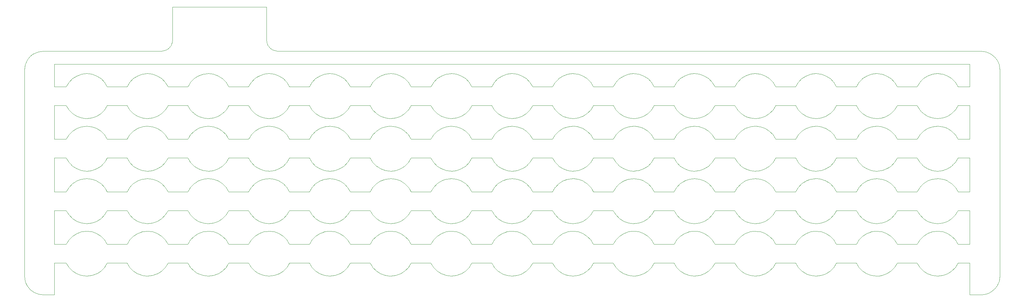
<source format=gbr>
%TF.GenerationSoftware,KiCad,Pcbnew,9.0.1*%
%TF.CreationDate,2025-06-21T12:16:08-05:00*%
%TF.ProjectId,OM-FlexGrid-Flex,4f4d2d46-6c65-4784-9772-69642d466c65,rev?*%
%TF.SameCoordinates,Original*%
%TF.FileFunction,Other,User*%
%FSLAX46Y46*%
G04 Gerber Fmt 4.6, Leading zero omitted, Abs format (unit mm)*
G04 Created by KiCad (PCBNEW 9.0.1) date 2025-06-21 12:16:08*
%MOMM*%
%LPD*%
G01*
G04 APERTURE LIST*
%ADD10C,0.003779*%
G04 APERTURE END LIST*
D10*
X83497372Y-92002279D02*
X83495998Y-92000000D01*
X173743988Y-98851997D02*
X174696991Y-99830997D01*
X90306992Y-95344000D02*
X88949989Y-95500000D01*
X70105999Y-136885990D02*
X69515380Y-136506968D01*
X68955997Y-136147991D01*
X51802999Y-85830999D02*
X52755995Y-84851999D01*
X219285995Y-111584610D02*
X219906982Y-111655998D01*
X88351990Y-75276000D02*
X88513234Y-75665132D01*
X88651993Y-76000001D01*
X229295975Y-115000000D02*
X229320822Y-114958917D01*
X230002975Y-113830997D01*
X40349997Y-95500000D02*
X39923032Y-95450916D01*
X39061995Y-95351930D01*
X55192997Y-137343998D02*
X53995916Y-136917995D01*
X88213989Y-65800003D02*
X88249992Y-65800003D01*
X151195908Y-136917995D02*
X151105988Y-136885990D01*
X34896003Y-133999996D02*
X31749999Y-133999996D01*
X255696976Y-85830999D02*
X255723305Y-85874531D01*
X256402603Y-86997719D01*
X217192978Y-111655998D02*
X218072403Y-111554901D01*
X50665045Y-115000000D02*
X51095999Y-115000000D01*
X173743988Y-84851999D02*
X174643573Y-85776125D01*
X174696991Y-85830999D01*
X232195908Y-136917995D02*
X232162329Y-136906042D01*
X232105988Y-136885990D01*
X34896003Y-87000000D02*
X35602996Y-85830999D01*
X219906982Y-95344000D02*
X219285995Y-95415388D01*
X106506996Y-95344000D02*
X105149994Y-95500000D01*
X102505989Y-136885990D02*
X101355995Y-136147991D01*
X88213989Y-97584610D02*
X88577739Y-97542792D01*
X88949989Y-97499996D01*
X84202999Y-113830997D02*
X85155994Y-112851997D01*
X87592995Y-137343998D02*
X86819954Y-137068897D01*
X86395916Y-136917995D01*
X161941986Y-105999996D02*
X160891144Y-105999996D01*
X83495998Y-100999996D02*
X83761852Y-100560418D01*
X84202999Y-99830997D01*
X88213989Y-83584610D02*
X88949989Y-83500000D01*
X88651993Y-76000001D02*
X88881469Y-76298754D01*
X89128990Y-76621001D01*
X197602982Y-85830999D02*
X197737398Y-85692918D01*
X198555984Y-84851999D01*
X164495987Y-92000000D02*
X160891144Y-92000000D01*
X91593994Y-108885998D02*
X90977898Y-109105245D01*
X90306992Y-109343998D01*
X132095993Y-133999996D02*
X129827942Y-133999996D01*
X172504059Y-136917995D02*
X171306992Y-137343998D01*
X252053986Y-137373081D02*
X251499770Y-137436789D01*
X250949982Y-137499988D01*
X227608841Y-100999996D02*
X228865036Y-100999996D01*
X152392990Y-97655998D02*
X153749985Y-97499996D01*
X83065044Y-115000000D02*
X83495998Y-115000000D01*
X68002995Y-85830999D02*
X68955997Y-84851999D01*
X45802618Y-86997719D02*
X45803999Y-87000000D01*
X148295990Y-115000000D02*
X148967124Y-113890302D01*
X149002991Y-113830997D01*
X36555999Y-112851997D02*
X37243983Y-112410491D01*
X37706000Y-112113998D01*
X102595909Y-136917995D02*
X102562433Y-136906079D01*
X102505989Y-136885990D01*
X52755995Y-98851997D02*
X53905996Y-98113998D01*
X35602996Y-93169000D02*
X34896003Y-92000000D01*
X256403976Y-92000000D02*
X255696976Y-93169000D01*
X186149979Y-137499988D02*
X184792984Y-137343998D01*
X117555992Y-98851997D02*
X117911920Y-98623584D01*
X118705994Y-98113998D01*
X270943985Y-108147999D02*
X269793991Y-108885998D01*
X140193993Y-94885999D02*
X138906990Y-95344000D01*
X151105988Y-112113998D02*
X151506382Y-111971509D01*
X151836456Y-111854046D01*
X239496994Y-93169000D02*
X238543991Y-94148000D01*
X256403976Y-87000000D02*
X260008835Y-87000000D01*
X108149277Y-112341999D02*
X108943993Y-112851997D01*
X31749999Y-100233536D02*
X31749999Y-100999996D01*
X170133987Y-81000000D02*
X155575241Y-81000000D01*
X275749985Y-138488643D02*
X275749985Y-136917995D01*
X120981987Y-95457695D02*
X119992989Y-95344000D01*
X132802994Y-93169000D02*
X132097374Y-92002279D01*
X223296982Y-113830997D02*
X224003983Y-115000000D01*
X125143990Y-98851997D02*
X125846055Y-99573213D01*
X126096992Y-99830997D01*
X242472031Y-115000000D02*
X243808823Y-115000000D01*
X103792992Y-109343998D02*
X102505989Y-108885998D01*
X260245987Y-105999996D02*
X258091141Y-105999996D01*
X60343998Y-112851997D02*
X61296993Y-113830997D01*
X123993996Y-112113998D02*
X124349281Y-112341999D01*
X261695984Y-100999996D02*
X262076885Y-100370192D01*
X262402985Y-99830997D01*
X84202999Y-85830999D02*
X85155994Y-84851999D01*
X102505989Y-84114000D02*
X103792992Y-83656000D01*
X199705978Y-98113998D02*
X200401190Y-97866596D01*
X200992981Y-97655998D01*
X122706993Y-97655998D02*
X123993996Y-98113998D01*
X119992989Y-95344000D02*
X118705994Y-94885999D01*
X119992989Y-111655998D02*
X120872414Y-111554901D01*
X225691147Y-133999996D02*
X224434937Y-133999996D01*
X180265030Y-100999996D02*
X180695984Y-100999996D01*
X130408836Y-115000000D02*
X131665039Y-115000000D01*
X153749985Y-83500000D02*
X155106979Y-83656000D01*
X269793991Y-108885998D02*
X268672047Y-109285259D01*
X268506989Y-109343998D01*
X99265038Y-87000000D02*
X99695992Y-87000000D01*
X121349991Y-137499988D02*
X120981987Y-137457691D01*
X116602989Y-85830999D02*
X117555992Y-84851999D01*
X101355995Y-136147991D02*
X100402992Y-135168995D01*
X172593979Y-136885990D02*
X172561912Y-136897405D01*
X172504059Y-136917995D01*
X63249996Y-71381999D02*
X63249996Y-65800003D01*
X261695984Y-105999996D02*
X260245987Y-105999996D01*
X68002995Y-99830997D02*
X68955997Y-98851997D01*
X282285980Y-141035999D02*
X281249969Y-141829990D01*
X265792984Y-137343998D02*
X265734888Y-137323323D01*
X264595901Y-136917995D01*
X214755981Y-98851997D02*
X215278562Y-98516640D01*
X215905991Y-98113998D01*
X93696991Y-99830997D02*
X93949173Y-100247969D01*
X94402611Y-100997719D01*
X167305984Y-108885998D02*
X166155991Y-108147999D01*
X120981987Y-97542301D02*
X121349991Y-97499996D01*
X88249992Y-74500001D02*
X88351990Y-75276000D01*
X125143990Y-136147991D02*
X124596616Y-136499264D01*
X123993996Y-136885990D01*
X45096998Y-93169000D02*
X44686511Y-93590685D01*
X44143995Y-94148000D01*
X195208832Y-87000000D02*
X196465027Y-87000000D01*
X74106998Y-83656000D02*
X74777043Y-83894447D01*
X75393993Y-84114000D01*
X249592987Y-111655998D02*
X250472397Y-111554901D01*
X132095993Y-100999996D02*
X132413114Y-100475649D01*
X132802994Y-99830997D01*
X273034927Y-133999996D02*
X272603989Y-133999996D01*
X168592987Y-83656000D02*
X169949982Y-83500000D01*
X188793991Y-136885990D02*
X188704056Y-136917995D01*
X263355988Y-94148000D02*
X262894065Y-93673476D01*
X262402985Y-93169000D01*
X60343998Y-94148000D02*
X59792879Y-94501673D01*
X59193996Y-94885999D01*
X137549995Y-109499996D02*
X137543222Y-109499218D01*
X137365990Y-109478843D01*
X183595901Y-136917995D02*
X183563948Y-136906621D01*
X183505981Y-136885990D01*
X147865036Y-115000000D02*
X148295990Y-115000000D01*
X173743988Y-108147999D02*
X173211465Y-108489736D01*
X172593979Y-108885998D01*
X198555984Y-98851997D02*
X199254513Y-98403722D01*
X199705978Y-98113998D01*
X211408829Y-100999996D02*
X212665024Y-100999996D01*
X45096998Y-107168998D02*
X44687183Y-107589992D01*
X44143995Y-108147999D01*
X37706000Y-112113998D02*
X38010181Y-112005749D01*
X38436469Y-111854046D01*
X71392994Y-111655998D02*
X71829998Y-111605758D01*
X36555999Y-108147999D02*
X36012811Y-107589992D01*
X35602996Y-107168998D01*
X252306992Y-137343998D02*
X252086822Y-137369305D01*
X252053986Y-137373081D01*
X88949989Y-109499996D02*
X88822105Y-109485295D01*
X88213989Y-109415386D01*
X78202618Y-100997719D02*
X78203999Y-100999996D01*
X27456001Y-142329990D02*
X26250000Y-141829990D01*
X133755989Y-94148000D02*
X132802994Y-93169000D01*
X101355995Y-84851999D02*
X102505989Y-84114000D01*
X151105988Y-94885999D02*
X149955994Y-94148000D01*
X105149994Y-97499996D02*
X106506996Y-97655998D01*
X236106979Y-83656000D02*
X236922115Y-83946078D01*
X237393982Y-84114000D01*
X97427940Y-133999996D02*
X96091148Y-133999996D01*
X175403976Y-87000000D02*
X179008835Y-87000000D01*
X217192978Y-137343998D02*
X215995911Y-136917995D01*
X156393982Y-84114000D02*
X157543991Y-84851999D01*
X100402992Y-93169000D02*
X99697372Y-92002279D01*
X245065033Y-87000000D02*
X245495987Y-87000000D01*
X104597992Y-83563457D02*
X105149994Y-83500000D01*
X218549988Y-83500000D02*
X218912399Y-83541662D01*
X219285995Y-83584610D01*
X232105988Y-136885990D02*
X230955978Y-136147991D01*
X51802999Y-93169000D02*
X51097380Y-92002279D01*
X188793991Y-112113998D02*
X188839171Y-112142993D01*
X189149277Y-112341999D01*
X268437988Y-111648063D02*
X268486749Y-111653671D01*
X268506989Y-111655998D01*
X123904076Y-136917995D02*
X123190759Y-137171841D01*
X122706993Y-137343998D01*
X245065033Y-115000000D02*
X245495987Y-115000000D01*
X270943985Y-94148000D02*
X269793991Y-94885999D01*
X175402603Y-100997719D02*
X175403976Y-100999996D01*
X153749985Y-97499996D02*
X155106979Y-97655998D01*
X114208839Y-87000000D02*
X115465034Y-87000000D01*
X219285995Y-83584610D02*
X219601356Y-83620865D01*
X219906982Y-83656000D01*
X131665039Y-115000000D02*
X132095993Y-115000000D01*
X53905996Y-94885999D02*
X53268952Y-94477184D01*
X52755995Y-94148000D01*
X195208832Y-115000000D02*
X196465027Y-115000000D01*
X175403976Y-133999996D02*
X175034796Y-134610435D01*
X174696991Y-135168995D01*
X63691151Y-92000000D02*
X62434948Y-92000000D01*
X63637997Y-105999996D02*
X62434948Y-105999996D01*
X88213989Y-111584610D02*
X88577739Y-111542792D01*
X88949989Y-111499996D01*
X215995911Y-136917995D02*
X215937944Y-136897364D01*
X215905991Y-136885990D01*
X209491135Y-92000000D02*
X208234940Y-92000000D01*
X264505981Y-98113998D02*
X265792984Y-97655998D01*
X137365990Y-83521152D02*
X137549995Y-83500000D01*
X184792984Y-95344000D02*
X183505981Y-94885999D01*
X84202999Y-99830997D02*
X85155994Y-98851997D01*
X249592987Y-97655998D02*
X250949982Y-97499996D01*
X188793991Y-108885998D02*
X187672047Y-109285259D01*
X187506989Y-109343998D01*
X91593994Y-112113998D02*
X91927519Y-112328039D01*
X91949272Y-112341999D01*
X159203979Y-87000000D02*
X162808823Y-87000000D01*
X256403976Y-105999996D02*
X255696976Y-107168998D01*
X57906994Y-137343998D02*
X56549999Y-137499988D01*
X271896988Y-113830997D02*
X272577609Y-114956383D01*
X272603989Y-115000000D01*
X162808823Y-100999996D02*
X164065033Y-100999996D01*
X143003990Y-105999996D02*
X142296989Y-107168998D01*
X181402985Y-99830997D02*
X181866533Y-99354803D01*
X182355988Y-98851997D01*
X126803993Y-133999996D02*
X126396382Y-134673966D01*
X126096992Y-135168995D01*
X34896003Y-115000000D02*
X35602996Y-113830997D01*
X191602600Y-86997719D02*
X191603989Y-87000000D01*
X261695984Y-87000000D02*
X262402985Y-85830999D01*
X267149979Y-137499988D02*
X265792984Y-137343998D01*
X107793991Y-94885999D02*
X106506996Y-95344000D01*
X224434937Y-92000000D02*
X224003983Y-92000000D01*
X119436470Y-111854046D02*
X119614216Y-111790792D01*
X119992989Y-111655998D01*
X140193993Y-84114000D02*
X141343994Y-84851999D01*
X225691147Y-92000000D02*
X224434937Y-92000000D01*
X196895981Y-105999996D02*
X194709976Y-105999996D01*
X239496994Y-113830997D02*
X240177615Y-114956383D01*
X240203995Y-115000000D01*
X168592987Y-109343998D02*
X167305984Y-108885998D01*
X197602982Y-135168995D02*
X196895981Y-133999996D01*
X87592995Y-83656000D02*
X88213989Y-83584610D01*
X40058493Y-77500001D02*
X55445995Y-77500001D01*
X136192993Y-137343998D02*
X134995918Y-136917995D01*
X112291145Y-92000000D02*
X111034950Y-92000000D01*
X213802994Y-107168998D02*
X213095993Y-105999996D01*
X221193985Y-94885999D02*
X219906982Y-95344000D01*
X204993988Y-84114000D02*
X206143982Y-84851999D01*
X110602608Y-86997719D02*
X110603996Y-87000000D01*
X51095999Y-92000000D02*
X47491156Y-92000000D01*
X134995918Y-136917995D02*
X134949781Y-136901575D01*
X134905991Y-136885990D01*
X275749985Y-136917995D02*
X275749985Y-134766453D01*
X103792992Y-97655998D02*
X104139821Y-97616126D01*
X104597992Y-97563453D01*
X198555984Y-84851999D02*
X199705978Y-84114000D01*
X213095993Y-133999996D02*
X210827942Y-133999996D01*
X96091148Y-105999996D02*
X94834946Y-105999996D01*
X158496979Y-135168995D02*
X157543991Y-136147991D01*
X283579987Y-81205999D02*
X283691697Y-82056474D01*
X283749255Y-82494562D01*
X283749969Y-82500000D01*
X186517990Y-81000000D02*
X171775238Y-81000000D01*
X92743996Y-98851997D02*
X93455619Y-99583040D01*
X93696991Y-99830997D01*
X202901993Y-83563457D02*
X203706985Y-83656000D01*
X88249992Y-65800003D02*
X88249992Y-71381999D01*
X237393982Y-94885999D02*
X237093501Y-94992931D01*
X236106979Y-95344000D01*
X223296982Y-99830997D02*
X224002609Y-100997719D01*
X132097374Y-92002279D02*
X132096739Y-92001231D01*
X132095993Y-92000000D01*
X71829998Y-111605758D02*
X72732719Y-111501982D01*
X72749996Y-111499996D01*
X44143995Y-98851997D02*
X45096998Y-99830997D01*
X237393982Y-112113998D02*
X237577996Y-112232087D01*
X237749268Y-112341999D01*
X189943985Y-108147999D02*
X188793991Y-108885998D01*
X240202606Y-86997719D02*
X240203995Y-87000000D01*
X102505989Y-112113998D02*
X102941934Y-111958860D01*
X103236465Y-111854046D01*
X224003983Y-115000000D02*
X226272034Y-115000000D01*
X120981987Y-83542305D02*
X121349991Y-83500000D01*
X283579987Y-138793995D02*
X283235530Y-139624801D01*
X283121184Y-139900617D01*
X283079987Y-139999988D01*
X70836468Y-111854046D02*
X71392994Y-111655998D01*
X94834946Y-92000000D02*
X94403992Y-92000000D01*
X240203995Y-87000000D02*
X243808823Y-87000000D01*
X145557991Y-105999996D02*
X144691147Y-105999996D01*
X190896988Y-113830997D02*
X191577609Y-114956383D01*
X191603989Y-115000000D01*
X213095993Y-105999996D02*
X211093979Y-105999996D01*
X118705994Y-112113998D02*
X118923964Y-112036429D01*
X119436470Y-111854046D01*
X198555984Y-108147999D02*
X197688989Y-107257350D01*
X197602982Y-107168998D01*
X180695984Y-115000000D02*
X181402985Y-113830997D01*
X230955978Y-94148000D02*
X230002975Y-93169000D01*
X42994001Y-136885990D02*
X42904074Y-136917995D01*
X67295994Y-115000000D02*
X67671302Y-114379440D01*
X68002995Y-113830997D01*
X245497360Y-92002279D02*
X245495987Y-92000000D01*
X205349274Y-112341999D02*
X206143982Y-112851997D01*
X156304062Y-136917995D02*
X156245966Y-136938670D01*
X155106979Y-137343998D01*
X88213989Y-137415378D02*
X87592995Y-137343998D01*
X264505981Y-112113998D02*
X265236465Y-111854046D01*
X228865036Y-87000000D02*
X229295975Y-87000000D01*
X190896988Y-85830999D02*
X191602600Y-86997719D01*
X140549278Y-112341999D02*
X141343994Y-112851997D01*
X252053986Y-109373081D02*
X250949982Y-109499996D01*
X121058479Y-77500001D02*
X137365990Y-77500001D01*
X99695992Y-92000000D02*
X96091148Y-92000000D01*
X218549988Y-109499996D02*
X217989026Y-109435509D01*
X217192978Y-109343998D01*
X175834946Y-133999996D02*
X175403976Y-133999996D01*
X91593994Y-98113998D02*
X92743996Y-98851997D01*
X258091141Y-105999996D02*
X256834946Y-105999996D01*
X90775246Y-81000000D02*
X88994293Y-81000000D01*
X136192993Y-97655998D02*
X137365990Y-97521148D01*
X101355995Y-108147999D02*
X100402992Y-107168998D01*
X133755989Y-136147991D02*
X132802994Y-135168995D01*
X273034927Y-105999996D02*
X272603989Y-105999996D01*
X268506989Y-111655998D02*
X269095035Y-111865264D01*
X269793991Y-112113998D01*
X112872040Y-115000000D02*
X114208839Y-115000000D01*
X155106979Y-83656000D02*
X156393982Y-84114000D01*
X195208832Y-100999996D02*
X196465027Y-100999996D01*
X66865040Y-115000000D02*
X67295994Y-115000000D01*
X210827942Y-133999996D02*
X209491135Y-133999996D01*
X76543995Y-112851997D02*
X77496998Y-113830997D01*
X118705994Y-108885998D02*
X117911920Y-108376412D01*
X117555992Y-108147999D01*
X175403976Y-115000000D02*
X177672028Y-115000000D01*
X219285995Y-95415388D02*
X218836609Y-95467050D01*
X218549988Y-95500000D01*
X132802994Y-85830999D02*
X133755989Y-84851999D01*
X120981987Y-81000000D02*
X106975250Y-81000000D01*
X62003994Y-115000000D02*
X64272045Y-115000000D01*
X202349991Y-109499996D02*
X200992981Y-109343998D01*
X156393982Y-108885998D02*
X155106979Y-109343998D01*
X72749996Y-109499996D02*
X71829998Y-109394233D01*
X118705994Y-98113998D02*
X119083966Y-97979489D01*
X119992989Y-97655998D01*
X149002991Y-135168995D02*
X148791160Y-134818737D01*
X148295990Y-133999996D01*
X183505981Y-94885999D02*
X182355988Y-94148000D01*
X203706985Y-109343998D02*
X203246423Y-109396943D01*
X202901993Y-109436538D01*
X118705994Y-94885999D02*
X117640932Y-94202509D01*
X117555992Y-94148000D01*
X143003990Y-133999996D02*
X142845971Y-134261277D01*
X142296989Y-135168995D01*
X50665045Y-100999996D02*
X51095999Y-100999996D01*
X225691147Y-105999996D02*
X224434937Y-105999996D01*
X112291145Y-133999996D02*
X111034950Y-133999996D01*
X184792984Y-109343998D02*
X183505981Y-108885998D01*
X157543991Y-108147999D02*
X156570743Y-108772563D01*
X156393982Y-108885998D01*
X23750000Y-104149997D02*
X23750000Y-92000000D01*
X83065044Y-87000000D02*
X83495998Y-87000000D01*
X200992981Y-111655998D02*
X201872406Y-111554901D01*
X46234953Y-92000000D02*
X45803999Y-92000000D01*
X204993988Y-94885999D02*
X203706985Y-95344000D01*
X128491142Y-105999996D02*
X127234947Y-105999996D01*
X78203999Y-115000000D02*
X80472042Y-115000000D01*
X105149994Y-95500000D02*
X104597992Y-95436540D01*
X101355995Y-94148000D02*
X100589520Y-93360617D01*
X100402992Y-93169000D01*
X87592995Y-111655998D02*
X88213989Y-111584610D01*
X84202999Y-107168998D02*
X83823865Y-106542112D01*
X83495998Y-105999996D01*
X86395916Y-136917995D02*
X86305996Y-136885990D01*
X47491156Y-92000000D02*
X46234953Y-92000000D01*
X45096998Y-135168995D02*
X44143995Y-136147991D01*
X200992981Y-83656000D02*
X202349991Y-83500000D01*
X259427933Y-133999996D02*
X258091141Y-133999996D01*
X186517990Y-137457691D02*
X186149979Y-137499988D01*
X267149979Y-83500000D02*
X268171294Y-83617408D01*
X268437988Y-83648067D01*
X186517990Y-109457691D02*
X186149979Y-109499996D01*
X226272034Y-115000000D02*
X227608841Y-115000000D01*
X171306992Y-111655998D02*
X172593979Y-112113998D01*
X186149979Y-97499996D02*
X186257783Y-97512389D01*
X186517990Y-97542301D01*
X74106998Y-111655998D02*
X75075430Y-112000631D01*
X75393993Y-112113998D01*
X108943993Y-112851997D02*
X109179035Y-113093452D01*
X109896996Y-113830997D01*
X92743996Y-136147991D02*
X92184613Y-136506968D01*
X91593994Y-136885990D01*
X246202988Y-93169000D02*
X245846830Y-92580110D01*
X245497360Y-92002279D01*
X39061995Y-81000000D02*
X31749999Y-81000000D01*
X110602608Y-100997719D02*
X110603996Y-100999996D01*
X283749969Y-87765999D02*
X283749969Y-104149997D01*
X217192978Y-95344000D02*
X216557749Y-95117941D01*
X215905991Y-94885999D01*
X93696991Y-135168995D02*
X92743996Y-136147991D01*
X235669983Y-77500001D02*
X252053986Y-77500001D01*
X245495987Y-87000000D02*
X246202988Y-85830999D01*
X238543991Y-136147991D02*
X237393982Y-136885990D01*
X41706999Y-97655998D02*
X42994001Y-98113998D01*
X93696991Y-113830997D02*
X94072299Y-114451557D01*
X94403992Y-115000000D01*
X159203979Y-133999996D02*
X158496979Y-135168995D01*
X253593979Y-136885990D02*
X253504074Y-136917995D01*
X85155994Y-108147999D02*
X84202999Y-107168998D01*
X254743988Y-98851997D02*
X255508834Y-99637717D01*
X255696976Y-99830997D01*
X187506989Y-109343998D02*
X187019698Y-109400016D01*
X186517990Y-109457691D01*
X183505981Y-108885998D02*
X182355988Y-108147999D01*
X241891129Y-133999996D02*
X240634933Y-133999996D01*
X132802994Y-99830997D02*
X133755989Y-98851997D01*
X128491142Y-133999996D02*
X127234947Y-133999996D01*
X250949982Y-111499996D02*
X252053986Y-111626915D01*
X166155991Y-112851997D02*
X166950699Y-112341999D01*
X68955997Y-108147999D02*
X68405741Y-107582731D01*
X68002995Y-107168998D01*
X228865036Y-115000000D02*
X229295975Y-115000000D01*
X247155991Y-84851999D02*
X248305984Y-84114000D01*
X94834946Y-133999996D02*
X94403992Y-133999996D01*
X222343979Y-136147991D02*
X221193985Y-136885990D01*
X268437988Y-83648067D02*
X268506989Y-83656000D01*
X209491135Y-133999996D02*
X208234940Y-133999996D01*
X125143990Y-84851999D02*
X126096992Y-85830999D01*
X89749992Y-77098000D02*
X90473991Y-77398000D01*
X46234953Y-133999996D02*
X45803999Y-133999996D01*
X147865036Y-100999996D02*
X148295990Y-100999996D01*
X34465049Y-115000000D02*
X34896003Y-115000000D01*
X199705978Y-136885990D02*
X199103358Y-136499264D01*
X198555984Y-136147991D01*
X170133987Y-95478847D02*
X169949982Y-95500000D01*
X229295975Y-92000000D02*
X225691147Y-92000000D01*
X171306992Y-95344000D02*
X170133987Y-95478847D01*
X38436469Y-111854046D02*
X38992994Y-111655998D01*
X235669983Y-81000000D02*
X220375244Y-81000000D01*
X134905991Y-98113998D02*
X136192993Y-97655998D01*
X57906994Y-97655998D02*
X59193996Y-98113998D01*
X75393993Y-84114000D02*
X75937255Y-84462631D01*
X76543995Y-84851999D01*
X275749985Y-140887356D02*
X275749985Y-138488643D01*
X96091148Y-133999996D02*
X94834946Y-133999996D01*
X40349997Y-109499996D02*
X40325792Y-109497214D01*
X39061995Y-109351928D01*
X134905991Y-94885999D02*
X134797072Y-94816101D01*
X133755989Y-94148000D01*
X165202988Y-93169000D02*
X164845396Y-92577740D01*
X164497360Y-92002279D01*
X144691147Y-92000000D02*
X143434944Y-92000000D01*
X222343979Y-94148000D02*
X221193985Y-94885999D01*
X207802597Y-86997719D02*
X207803986Y-87000000D01*
X94402611Y-100997719D02*
X94403992Y-100999996D01*
X129827942Y-133999996D02*
X128491142Y-133999996D01*
X153749985Y-77500001D02*
X170133987Y-77500001D01*
X233392990Y-83656000D02*
X234749985Y-83500000D01*
X215905991Y-108885998D02*
X215278562Y-108483356D01*
X214755981Y-108147999D01*
X206143982Y-94148000D02*
X204993988Y-94885999D01*
X268506989Y-83656000D02*
X268964099Y-83818671D01*
X269793991Y-84114000D01*
X202901993Y-97563453D02*
X203521813Y-97634710D01*
X203706985Y-97655998D01*
X91504066Y-136917995D02*
X91314091Y-136985602D01*
X90306992Y-137343998D01*
X91949272Y-112341999D02*
X92743996Y-112851997D01*
X233392990Y-111655998D02*
X234272415Y-111554901D01*
X83495998Y-115000000D02*
X83827691Y-114451557D01*
X84202999Y-113830997D01*
X204993988Y-112113998D02*
X205178002Y-112232087D01*
X205349274Y-112341999D01*
X247155991Y-98851997D02*
X248305984Y-98113998D01*
X193291138Y-133999996D02*
X192034943Y-133999996D01*
X44143995Y-108147999D02*
X42994001Y-108885998D01*
X103792992Y-83656000D02*
X104597992Y-83563457D01*
X115465034Y-100999996D02*
X115895988Y-100999996D01*
X247155991Y-112851997D02*
X247950699Y-112341999D01*
X55445995Y-77500001D02*
X60249996Y-77500001D01*
X221193985Y-112113998D02*
X221549271Y-112341999D01*
X268437988Y-77500001D02*
X275749985Y-77500001D01*
X59193996Y-136885990D02*
X59149896Y-136901687D01*
X59104076Y-136917995D01*
X207803986Y-105999996D02*
X207096985Y-107168998D01*
X275749985Y-106766456D02*
X275749985Y-105999996D01*
X37706000Y-98113998D02*
X38010181Y-98005749D01*
X38436469Y-97854046D01*
X98008842Y-115000000D02*
X99265038Y-115000000D01*
X171306992Y-83656000D02*
X172593979Y-84114000D01*
X232105988Y-84114000D02*
X232563098Y-83951329D01*
X233392990Y-83656000D01*
X100402992Y-99830997D02*
X100638034Y-99589542D01*
X101355995Y-98851997D01*
X142296989Y-93169000D02*
X141343994Y-94148000D01*
X212665024Y-115000000D02*
X213095993Y-115000000D01*
X90306992Y-97655998D02*
X91593994Y-98113998D01*
X182355988Y-98851997D02*
X183505981Y-98113998D01*
X23750000Y-87765999D02*
X23750000Y-85408327D01*
X88949989Y-137499988D02*
X88213989Y-137415378D01*
X126803993Y-100999996D02*
X130408836Y-100999996D01*
X119992989Y-97655998D02*
X120981987Y-97542301D01*
X223296982Y-135168995D02*
X222343979Y-136147991D01*
X265792984Y-111655998D02*
X266672409Y-111554901D01*
X44143995Y-112851997D02*
X45096998Y-113830997D01*
X76543995Y-136147991D02*
X75953376Y-136527013D01*
X75393993Y-136885990D01*
X142296989Y-107168998D02*
X141343994Y-108147999D01*
X74106998Y-109343998D02*
X72749996Y-109499996D01*
X249592987Y-83656000D02*
X250949982Y-83500000D01*
X51802999Y-135168995D02*
X51095999Y-133999996D01*
X87592995Y-97655998D02*
X88213989Y-97584610D01*
X35602996Y-99830997D02*
X36555999Y-98851997D01*
X115895988Y-87000000D02*
X116602989Y-85830999D01*
X221104065Y-136917995D02*
X219906982Y-137343998D01*
X183505981Y-112113998D02*
X183850441Y-111991417D01*
X184236465Y-111854046D01*
X71392994Y-137343998D02*
X70195919Y-136917995D01*
X264505981Y-136885990D02*
X263355988Y-136147991D01*
X78203999Y-92000000D02*
X77912584Y-92481843D01*
X77496998Y-93169000D01*
X91593994Y-94885999D02*
X90306992Y-95344000D01*
X155106979Y-109343998D02*
X153749985Y-109499996D01*
X59193996Y-98113998D02*
X60343998Y-98851997D01*
X141343994Y-94148000D02*
X140193993Y-94885999D01*
X116602989Y-93169000D02*
X116243476Y-92574549D01*
X115897377Y-92002279D01*
X241891129Y-92000000D02*
X240634933Y-92000000D01*
X123175247Y-81000000D02*
X121394295Y-81000000D01*
X79891148Y-133999996D02*
X78634953Y-133999996D01*
X51095999Y-133999996D02*
X48827948Y-133999996D01*
X283749969Y-87000000D02*
X283749969Y-87765999D01*
X250949982Y-95500000D02*
X249592987Y-95344000D01*
X243808823Y-100999996D02*
X245065033Y-100999996D01*
X180697357Y-92002279D02*
X180695984Y-92000000D01*
X233392990Y-95344000D02*
X232370119Y-94979995D01*
X232105988Y-94885999D01*
X74575253Y-81000000D02*
X72794300Y-81000000D01*
X204904068Y-136917995D02*
X203872217Y-137285197D01*
X203706985Y-137343998D01*
X221193985Y-98113998D02*
X222343979Y-98851997D01*
X213095993Y-115000000D02*
X213776614Y-113874614D01*
X213802994Y-113830997D01*
X191603989Y-87000000D02*
X195208832Y-87000000D01*
X126096992Y-93169000D02*
X125889616Y-93382034D01*
X125143990Y-94148000D01*
X102505989Y-108885998D02*
X101355995Y-108147999D01*
X149955994Y-98851997D02*
X151105988Y-98113998D01*
X137549995Y-137499988D02*
X136839440Y-137418309D01*
X136192993Y-137343998D01*
X181402985Y-113830997D02*
X181866533Y-113354803D01*
X182355988Y-112851997D01*
X160891144Y-92000000D02*
X159634933Y-92000000D01*
X170133987Y-111521148D02*
X171168466Y-111640073D01*
X171306992Y-111655998D01*
X23750000Y-128725998D02*
X23750000Y-120533996D01*
X189943985Y-98851997D02*
X190896988Y-99830997D01*
X219285995Y-137415378D02*
X218549988Y-137499988D01*
X81808842Y-87000000D02*
X83065044Y-87000000D01*
X53905996Y-84114000D02*
X55192997Y-83656000D01*
X40349997Y-111499996D02*
X41036519Y-111578919D01*
X41706999Y-111655998D01*
X137549995Y-97499996D02*
X138218881Y-97576892D01*
X138906990Y-97655998D01*
X207096985Y-135168995D02*
X206143982Y-136147991D01*
X141343994Y-84851999D02*
X142296989Y-85830999D01*
X238543991Y-108147999D02*
X238011468Y-108489736D01*
X237393982Y-108885998D01*
X53905996Y-136885990D02*
X52755995Y-136147991D01*
X78203999Y-87000000D02*
X81808842Y-87000000D01*
X258091141Y-92000000D02*
X256834946Y-92000000D01*
X196895981Y-115000000D02*
X196922361Y-114956383D01*
X197602982Y-113830997D01*
X274291138Y-133999996D02*
X273034927Y-133999996D01*
X240203995Y-133999996D02*
X239496994Y-135168995D01*
X68002995Y-107168998D02*
X67675128Y-106626882D01*
X67295994Y-105999996D01*
X173743988Y-94148000D02*
X173198418Y-94498110D01*
X172593979Y-94885999D01*
X93696991Y-107168998D02*
X93400749Y-107473322D01*
X92743996Y-108147999D01*
X267149979Y-97499996D02*
X267296071Y-97516791D01*
X268437988Y-97648063D01*
X71829998Y-109394233D02*
X71392994Y-109343998D01*
X278749985Y-77500001D02*
X279501225Y-77598696D01*
X280043976Y-77670001D01*
X42994001Y-94885999D02*
X41706999Y-95344000D01*
X270943985Y-112851997D02*
X271429441Y-113350696D01*
X271896988Y-113830997D01*
X159203979Y-115000000D02*
X161472031Y-115000000D01*
X132802994Y-135168995D02*
X132503604Y-134673966D01*
X132095993Y-133999996D01*
X118350708Y-112341999D02*
X118705994Y-112113998D01*
X132802994Y-113830997D02*
X133755989Y-112851997D01*
X62434948Y-92000000D02*
X62003994Y-92000000D01*
X237393982Y-84114000D02*
X238543991Y-84851999D01*
X249592987Y-95344000D02*
X248305984Y-94885999D01*
X158496979Y-113830997D02*
X158521826Y-113872080D01*
X159203979Y-115000000D01*
X38992994Y-137343998D02*
X38412750Y-137137506D01*
X37795920Y-136917995D01*
X90473991Y-77398000D02*
X91249992Y-77500001D01*
X143003990Y-87000000D02*
X146608841Y-87000000D01*
X78203999Y-100999996D02*
X81808842Y-100999996D01*
X224003983Y-92000000D02*
X223657909Y-92572221D01*
X223296982Y-93169000D01*
X243808823Y-115000000D02*
X245065033Y-115000000D01*
X90306992Y-137343998D02*
X89592103Y-137426176D01*
X88949989Y-137499988D01*
X84202999Y-93169000D02*
X83839416Y-92567833D01*
X83497372Y-92002279D01*
X49408842Y-100999996D02*
X50665045Y-100999996D01*
X273034927Y-92000000D02*
X272603989Y-92000000D01*
X191603989Y-105999996D02*
X190896988Y-107168998D01*
X126096992Y-99830997D02*
X126399743Y-100331587D01*
X126802612Y-100997719D01*
X47253996Y-105999996D02*
X46234953Y-105999996D01*
X78203999Y-133999996D02*
X77904609Y-134495025D01*
X77496998Y-135168995D01*
X186517990Y-83542305D02*
X187506989Y-83656000D01*
X228865036Y-100999996D02*
X229295975Y-100999996D01*
X256834946Y-105999996D02*
X256403976Y-105999996D01*
X31749999Y-105999996D02*
X31749999Y-114233536D01*
X117555992Y-136147991D02*
X116602989Y-135168995D01*
X249592987Y-137343998D02*
X248985198Y-137127705D01*
X248395905Y-136917995D01*
X45802618Y-100997719D02*
X45803999Y-100999996D01*
X184792984Y-83656000D02*
X186149979Y-83500000D01*
X252053986Y-83626915D02*
X252306992Y-83656000D01*
X131665039Y-100999996D02*
X132095993Y-100999996D01*
X197602982Y-113830997D02*
X198555984Y-112851997D01*
X198555984Y-136147991D02*
X197602982Y-135168995D01*
X68955997Y-136147991D02*
X68002995Y-135168995D01*
X234272415Y-111554901D02*
X234553539Y-111522581D01*
X234749985Y-111499996D01*
X255696976Y-107168998D02*
X255694888Y-107171143D01*
X254743988Y-108147999D01*
X187975235Y-81000000D02*
X186517990Y-81000000D01*
X59104076Y-136917995D02*
X57906994Y-137343998D01*
X123993996Y-108885998D02*
X122706993Y-109343998D01*
X143434944Y-105999996D02*
X143003990Y-105999996D01*
X81227947Y-133999996D02*
X79891148Y-133999996D01*
X127234947Y-105999996D02*
X126803993Y-105999996D01*
X254743988Y-136147991D02*
X253593979Y-136885990D01*
X169949982Y-97499996D02*
X170133987Y-97521148D01*
X39061995Y-95351930D02*
X38992994Y-95344000D01*
X187506989Y-95344000D02*
X187453231Y-95350180D01*
X186517990Y-95457695D01*
X24419998Y-80000001D02*
X24802789Y-79500544D01*
X25214004Y-78964000D01*
X116602989Y-107168998D02*
X115895988Y-105999996D01*
X60249996Y-77500001D02*
X61025997Y-77398000D01*
X156393982Y-94885999D02*
X155106979Y-95344000D01*
X221193985Y-136885990D02*
X221161918Y-136897405D01*
X221104065Y-136917995D01*
X274291138Y-105999996D02*
X273034927Y-105999996D01*
X155106979Y-95344000D02*
X153749985Y-95500000D01*
X53550711Y-112341999D02*
X53905996Y-112113998D01*
X109896996Y-93169000D02*
X108943993Y-94148000D01*
X54636473Y-111854046D02*
X55126980Y-111679491D01*
X55192997Y-111655998D01*
X236106979Y-95344000D02*
X235669983Y-95394235D01*
X70105999Y-108885998D02*
X68955997Y-108147999D01*
X227027939Y-133999996D02*
X225691147Y-133999996D01*
X164065033Y-100999996D02*
X164495987Y-100999996D01*
X168592987Y-137343998D02*
X167985198Y-137127705D01*
X167395905Y-136917995D01*
X248305984Y-94885999D02*
X247155991Y-94148000D01*
X96091148Y-92000000D02*
X94834946Y-92000000D01*
X124349281Y-112341999D02*
X125143990Y-112851997D01*
X62003994Y-92000000D02*
X61656383Y-92574762D01*
X61296993Y-93169000D01*
X126096992Y-135168995D02*
X125143990Y-136147991D01*
X159634933Y-133999996D02*
X159203979Y-133999996D01*
X252306992Y-111655998D02*
X252818058Y-111837870D01*
X253593979Y-112113998D01*
X78202618Y-86997719D02*
X78203344Y-86998918D01*
X78203999Y-87000000D01*
X237749268Y-112341999D02*
X238034031Y-112524742D01*
X238543991Y-112851997D01*
X253504074Y-136917995D02*
X252368562Y-137322087D01*
X252306992Y-137343998D01*
X36555999Y-136147991D02*
X35602996Y-135168995D01*
X86305996Y-84114000D02*
X87592995Y-83656000D01*
X250949982Y-109499996D02*
X249592987Y-109343998D01*
X269793991Y-112113998D02*
X270094460Y-112306821D01*
X270943985Y-112851997D01*
X37706000Y-108885998D02*
X36555999Y-108147999D01*
X159203979Y-105999996D02*
X158496979Y-107168998D01*
X233392990Y-109343998D02*
X232271046Y-108944737D01*
X232105988Y-108885998D01*
X171306992Y-137343998D02*
X170557612Y-137430140D01*
X169949982Y-137499988D01*
X219285995Y-81000000D02*
X204175247Y-81000000D01*
X255696976Y-113830997D02*
X255721823Y-113872080D01*
X256403976Y-115000000D01*
X203706985Y-95344000D02*
X202901993Y-95436540D01*
X51802999Y-99830997D02*
X52333722Y-99285793D01*
X52755995Y-98851997D01*
X234749985Y-111499996D02*
X234965163Y-111524733D01*
X235669983Y-111605758D01*
X78203999Y-105999996D02*
X77876132Y-106542112D01*
X77496998Y-107168998D01*
X171306992Y-109343998D02*
X170133987Y-109478843D01*
X93696991Y-85830999D02*
X93928194Y-86213284D01*
X94402611Y-86997719D01*
X161472031Y-115000000D02*
X162808823Y-115000000D01*
X275749985Y-115000000D02*
X275749985Y-108511345D01*
X116602989Y-135168995D02*
X116444970Y-134907714D01*
X115895988Y-133999996D01*
X207096985Y-113830997D02*
X207803986Y-115000000D01*
X275627945Y-133999996D02*
X274291138Y-133999996D01*
X79891148Y-92000000D02*
X78634953Y-92000000D01*
X252306992Y-109343998D02*
X252162973Y-109360553D01*
X252053986Y-109373081D01*
X31872046Y-115000000D02*
X33208846Y-115000000D01*
X142296989Y-113830997D02*
X143003990Y-115000000D01*
X192034943Y-92000000D02*
X191603989Y-92000000D01*
X200992981Y-137343998D02*
X199795914Y-136917995D01*
X60343998Y-84851999D02*
X61296993Y-85830999D01*
X258672043Y-115000000D02*
X260008835Y-115000000D01*
X88249992Y-71381999D02*
X88249992Y-74500001D01*
X239496994Y-85830999D02*
X240202606Y-86997719D01*
X267149979Y-109499996D02*
X265792984Y-109343998D01*
X271896988Y-135168995D02*
X270943985Y-136147991D01*
X129072044Y-115000000D02*
X130408836Y-115000000D01*
X51802999Y-113830997D02*
X52333722Y-113285793D01*
X52755995Y-112851997D01*
X33208846Y-115000000D02*
X34465049Y-115000000D01*
X138906990Y-97655998D02*
X140193993Y-98113998D01*
X202901993Y-109436538D02*
X202758213Y-109453067D01*
X202349991Y-109499996D01*
X175403976Y-100999996D02*
X179008835Y-100999996D01*
X42994001Y-108885998D02*
X42323095Y-109124751D01*
X41706999Y-109343998D01*
X66865040Y-100999996D02*
X67295994Y-100999996D01*
X197602982Y-107168998D02*
X196895981Y-105999996D01*
X191603989Y-100999996D02*
X195208832Y-100999996D01*
X80021999Y-105999996D02*
X79891148Y-105999996D01*
X188704056Y-136917995D02*
X187506989Y-137343998D01*
X199795914Y-136917995D02*
X199705978Y-136885990D01*
X31749999Y-115000000D02*
X31872046Y-115000000D01*
X122706993Y-95344000D02*
X121349991Y-95500000D01*
X240203995Y-100999996D02*
X243808823Y-100999996D01*
X146608841Y-87000000D02*
X147865036Y-87000000D01*
X51097380Y-92002279D02*
X51096745Y-92001231D01*
X51095999Y-92000000D01*
X99695992Y-100999996D02*
X100075242Y-100372920D01*
X100402992Y-99830997D01*
X236106979Y-111655998D02*
X237050723Y-111991842D01*
X237393982Y-112113998D01*
X80472042Y-115000000D02*
X81808842Y-115000000D01*
X170133987Y-83521152D02*
X171306992Y-83656000D01*
X275749985Y-81000000D02*
X268975235Y-81000000D01*
X63249996Y-65800003D02*
X88213989Y-65800003D01*
X264595901Y-136917995D02*
X264563948Y-136906621D01*
X264505981Y-136885990D01*
X76543995Y-84851999D02*
X77496998Y-85830999D01*
X278749985Y-142499988D02*
X275749985Y-142499988D01*
X275749985Y-105999996D02*
X274291138Y-105999996D01*
X31749999Y-114233536D02*
X31749999Y-115000000D01*
X258091141Y-133999996D02*
X256834946Y-133999996D01*
X169949982Y-83500000D02*
X170133987Y-83521152D01*
X149002991Y-107168998D02*
X148891862Y-106985249D01*
X148295990Y-105999996D01*
X213095993Y-87000000D02*
X213734132Y-85944857D01*
X213802994Y-85830999D01*
X86305996Y-136885990D02*
X85715377Y-136506968D01*
X85155994Y-136147991D01*
X126803993Y-92000000D02*
X126456382Y-92574762D01*
X126096992Y-93169000D01*
X165202988Y-107168998D02*
X164495987Y-105999996D01*
X106506996Y-111655998D02*
X107416019Y-111979489D01*
X107793991Y-112113998D01*
X218549988Y-97499996D02*
X218914333Y-97541882D01*
X219285995Y-97584610D01*
X233392990Y-137343998D02*
X232257478Y-136939906D01*
X232195908Y-136917995D01*
X151105988Y-98113998D02*
X152392990Y-97655998D01*
X61296993Y-93169000D02*
X60343998Y-94148000D01*
X39061995Y-109351928D02*
X38992994Y-109343998D01*
X240634933Y-133999996D02*
X240203995Y-133999996D01*
X88949989Y-95500000D02*
X88669200Y-95467720D01*
X88213989Y-95415388D01*
X61296993Y-99830997D02*
X62002621Y-100997719D01*
X51095999Y-115000000D02*
X51802999Y-113830997D01*
X281249969Y-141829990D02*
X280787279Y-142021818D01*
X280043976Y-142329990D01*
X143434944Y-92000000D02*
X143003990Y-92000000D01*
X115895988Y-100999996D02*
X116602989Y-99830997D01*
X207803986Y-100999996D02*
X211408829Y-100999996D01*
X268437988Y-81000000D02*
X252775253Y-81000000D01*
X141343994Y-98851997D02*
X142296989Y-99830997D01*
X60343998Y-98851997D02*
X61296993Y-99830997D01*
X71829998Y-81000000D02*
X58375256Y-81000000D01*
X189943985Y-94148000D02*
X188793991Y-94885999D01*
X94403992Y-92000000D02*
X94112577Y-92481843D01*
X93696991Y-93169000D01*
X123993996Y-98113998D02*
X124445461Y-98403722D01*
X125143990Y-98851997D01*
X83495998Y-87000000D02*
X83830523Y-86446876D01*
X84202999Y-85830999D01*
X254743988Y-108147999D02*
X254211465Y-108489736D01*
X253593979Y-108885998D01*
X192034943Y-133999996D02*
X191603989Y-133999996D01*
X181402985Y-107168998D02*
X180695984Y-105999996D01*
X142296989Y-99830997D02*
X143002617Y-100997719D01*
X199705978Y-112113998D02*
X200050438Y-111991417D01*
X200436462Y-111854046D01*
X202349991Y-97499996D02*
X202901993Y-97563453D01*
X132095993Y-92000000D02*
X128491142Y-92000000D01*
X222343979Y-98851997D02*
X223296982Y-99830997D01*
X71392994Y-95344000D02*
X70105999Y-94885999D01*
X121349991Y-95500000D02*
X120981987Y-95457695D01*
X263355988Y-84851999D02*
X264505981Y-84114000D01*
X263355988Y-112851997D02*
X263640751Y-112669254D01*
X264150711Y-112341999D01*
X229295975Y-105999996D02*
X227477982Y-105999996D01*
X254743988Y-94148000D02*
X254198418Y-94498110D01*
X253593979Y-94885999D01*
X180265030Y-115000000D02*
X180695984Y-115000000D01*
X213802994Y-85830999D02*
X214755981Y-84851999D01*
X52755995Y-112851997D02*
X53550711Y-112341999D01*
X196465027Y-87000000D02*
X196895981Y-87000000D01*
X109896996Y-107168998D02*
X108943993Y-108147999D01*
X127234947Y-133999996D02*
X126803993Y-133999996D01*
X143003990Y-115000000D02*
X145272041Y-115000000D01*
X23750000Y-120533996D02*
X23750000Y-105999996D01*
X212665024Y-87000000D02*
X213095993Y-87000000D01*
X235669983Y-109394233D02*
X234749985Y-109499996D01*
X149002991Y-99830997D02*
X149955994Y-98851997D01*
X240202606Y-100997719D02*
X240203995Y-100999996D01*
X207802597Y-100997719D02*
X207803986Y-100999996D01*
X100402992Y-113830997D02*
X100638034Y-113589542D01*
X101355995Y-112851997D01*
X156393982Y-112113998D02*
X156577996Y-112232087D01*
X156749268Y-112341999D01*
X264505981Y-108885998D02*
X263355988Y-108147999D01*
X24005401Y-81000000D02*
X24419998Y-80000001D01*
X159634933Y-92000000D02*
X159203979Y-92000000D01*
X158496979Y-85830999D02*
X159202606Y-86997719D01*
X155575241Y-81000000D02*
X153794281Y-81000000D01*
X33208846Y-87000000D02*
X34465049Y-87000000D01*
X53905996Y-98113998D02*
X54074893Y-98053893D01*
X55192997Y-97655998D01*
X230002975Y-113830997D02*
X230955978Y-112851997D01*
X254743988Y-112851997D02*
X255508834Y-113637717D01*
X255696976Y-113830997D01*
X184236465Y-111854046D02*
X184451277Y-111777601D01*
X184792984Y-111655998D01*
X23919998Y-81205999D02*
X23964131Y-81099547D01*
X24005401Y-81000000D01*
X250949982Y-83500000D02*
X252053986Y-83626915D01*
X31749999Y-100999996D02*
X33208846Y-100999996D01*
X31749999Y-87000000D02*
X33208846Y-87000000D01*
X99695992Y-115000000D02*
X100402992Y-113830997D01*
X237393982Y-108885998D02*
X237179105Y-108962466D01*
X236106979Y-109343998D01*
X70105999Y-94885999D02*
X69421562Y-94446770D01*
X68955997Y-94148000D01*
X104597992Y-109436538D02*
X103792992Y-109343998D01*
X265792984Y-95344000D02*
X264505981Y-94885999D01*
X234749985Y-95500000D02*
X233392990Y-95344000D01*
X57906994Y-111655998D02*
X59193996Y-112113998D01*
X25214004Y-78964000D02*
X25922041Y-78421353D01*
X26250000Y-78170001D01*
X275749985Y-100999996D02*
X275749985Y-94511347D01*
X100402992Y-135168995D02*
X99695992Y-133999996D01*
X63147999Y-75276000D02*
X63249996Y-74500001D01*
X23750000Y-136917995D02*
X23750000Y-128725998D01*
X142296989Y-85830999D02*
X143002617Y-86997719D01*
X174696991Y-135168995D02*
X173743988Y-136147991D01*
X111034950Y-105999996D02*
X110603996Y-105999996D01*
X167305984Y-98113998D02*
X168592987Y-97655998D01*
X186517990Y-111542301D02*
X187506989Y-111655998D01*
X137365990Y-97521148D02*
X137549995Y-97499996D01*
X104597992Y-97563453D02*
X105149994Y-97499996D01*
X39061995Y-77500001D02*
X40058493Y-77500001D01*
X125143990Y-94148000D02*
X123993996Y-94885999D01*
X175834946Y-92000000D02*
X175403976Y-92000000D01*
X190896988Y-93169000D02*
X189943985Y-94148000D01*
X76543995Y-98851997D02*
X77496998Y-99830997D01*
X245495987Y-133999996D02*
X243227936Y-133999996D01*
X172949265Y-112341999D02*
X173311971Y-112574759D01*
X173743988Y-112851997D01*
X243861984Y-105999996D02*
X241891129Y-105999996D01*
X229297363Y-92002279D02*
X229296693Y-92001180D01*
X229295975Y-92000000D01*
X167395905Y-136917995D02*
X167305984Y-136885990D01*
X177672028Y-115000000D02*
X179008835Y-115000000D01*
X60343998Y-136147991D02*
X59753379Y-136527013D01*
X59193996Y-136885990D01*
X129173988Y-105999996D02*
X128491142Y-105999996D01*
X126803993Y-115000000D02*
X129072044Y-115000000D01*
X71392994Y-83656000D02*
X71829998Y-83605762D01*
X152392990Y-95344000D02*
X151105988Y-94885999D01*
X28750000Y-77500001D02*
X39061995Y-77500001D01*
X141343994Y-108147999D02*
X140478318Y-108703535D01*
X140193993Y-108885998D01*
X206143982Y-112851997D02*
X207096985Y-113830997D01*
X92743996Y-94148000D02*
X92278431Y-94446770D01*
X91593994Y-94885999D01*
X35218955Y-120533996D02*
X35602996Y-121168999D01*
X36555999Y-122147995D01*
X37706000Y-122885997D01*
X38992994Y-123343998D01*
X39061994Y-123351929D01*
X40349997Y-123500000D01*
X41706999Y-123343998D01*
X42994002Y-122885997D01*
X44143995Y-122147995D01*
X45096998Y-121168999D01*
X45481039Y-120533996D01*
X45803999Y-120000000D01*
X48827948Y-120000000D01*
X51095999Y-120000000D01*
X51418959Y-120533996D01*
X51803000Y-121168999D01*
X52755995Y-122147995D01*
X53905996Y-122885997D01*
X55192997Y-123343998D01*
X55445995Y-123373085D01*
X56549999Y-123500000D01*
X57906994Y-123343998D01*
X59193997Y-122885997D01*
X60343998Y-122147995D01*
X61296993Y-121168999D01*
X61681042Y-120533996D01*
X62003994Y-120000000D01*
X65027950Y-120000000D01*
X67295994Y-120000000D01*
X67618954Y-120533996D01*
X68002995Y-121168999D01*
X68955997Y-122147995D01*
X70105999Y-122885997D01*
X71392994Y-123343998D01*
X71829998Y-123394234D01*
X72749996Y-123500000D01*
X74106998Y-123343998D01*
X75393993Y-122885997D01*
X76543995Y-122147995D01*
X77496998Y-121168999D01*
X77881039Y-120533996D01*
X78203999Y-120000000D01*
X81227947Y-120000000D01*
X83495998Y-120000000D01*
X83818951Y-120533996D01*
X84202999Y-121168999D01*
X85155994Y-122147995D01*
X86305996Y-122885997D01*
X87592995Y-123343998D01*
X88213989Y-123415390D01*
X88949989Y-123500000D01*
X90306991Y-123343998D01*
X91593994Y-122885997D01*
X92743996Y-122147995D01*
X93696991Y-121168999D01*
X94081032Y-120533996D01*
X94403992Y-120000000D01*
X97427940Y-120000000D01*
X99695992Y-120000000D01*
X100018951Y-120533996D01*
X100402992Y-121168999D01*
X101355995Y-122147995D01*
X102505989Y-122885997D01*
X103792992Y-123343998D01*
X104597992Y-123436539D01*
X105149994Y-123500000D01*
X106506996Y-123343998D01*
X107793991Y-122885997D01*
X108943993Y-122147995D01*
X109896996Y-121168999D01*
X110281029Y-120533996D01*
X110603996Y-120000000D01*
X113627945Y-120000000D01*
X115895989Y-120000000D01*
X116218956Y-120533996D01*
X116602989Y-121168999D01*
X117555992Y-122147995D01*
X118705994Y-122885997D01*
X119992989Y-123343998D01*
X120981987Y-123457695D01*
X121349991Y-123500000D01*
X122706993Y-123343998D01*
X123993996Y-122885997D01*
X125143990Y-122147995D01*
X126096993Y-121168999D01*
X126481033Y-120533996D01*
X126803993Y-120000000D01*
X129827942Y-120000000D01*
X132095993Y-120000000D01*
X132418953Y-120533996D01*
X132802994Y-121168999D01*
X133755989Y-122147995D01*
X134905991Y-122885997D01*
X136192993Y-123343998D01*
X137365990Y-123478843D01*
X137549995Y-123500000D01*
X138906990Y-123343998D01*
X140193993Y-122885997D01*
X141343994Y-122147995D01*
X142296990Y-121168999D01*
X142681038Y-120533996D01*
X143003990Y-120000000D01*
X146027946Y-120000000D01*
X148295990Y-120000000D01*
X148618950Y-120533996D01*
X149002991Y-121168999D01*
X149955994Y-122147995D01*
X151105988Y-122885997D01*
X152392990Y-123343998D01*
X153749985Y-123500000D01*
X154227570Y-123445095D01*
X155106979Y-123343998D01*
X156393982Y-122885997D01*
X157543991Y-122147995D01*
X158496979Y-121168999D01*
X158881027Y-120533996D01*
X159203980Y-120000000D01*
X162227936Y-120000000D01*
X164495987Y-120000000D01*
X164818939Y-120533996D01*
X165202988Y-121168999D01*
X166155991Y-122147995D01*
X167305984Y-122885997D01*
X168592987Y-123343998D01*
X169949982Y-123500000D01*
X170133988Y-123478843D01*
X170427567Y-123445095D01*
X171306992Y-123343998D01*
X172593979Y-122885997D01*
X173743988Y-122147995D01*
X174696991Y-121168999D01*
X175081024Y-120533996D01*
X175403977Y-120000000D01*
X178427933Y-120000000D01*
X180695984Y-120000000D01*
X181018936Y-120533996D01*
X181402985Y-121168999D01*
X182355988Y-122147995D01*
X183505981Y-122885997D01*
X184792984Y-123343998D01*
X186149979Y-123500000D01*
X186517990Y-123457695D01*
X186627564Y-123445095D01*
X187506989Y-123343998D01*
X188793991Y-122885997D01*
X189943985Y-122147995D01*
X190896988Y-121168999D01*
X191281021Y-120533996D01*
X191603989Y-120000000D01*
X194627945Y-120000000D01*
X196895981Y-120000000D01*
X197218948Y-120533996D01*
X197602982Y-121168999D01*
X198555984Y-122147995D01*
X199705978Y-122885997D01*
X200992981Y-123343998D01*
X202349991Y-123500000D01*
X202901993Y-123436539D01*
X203706985Y-123343998D01*
X204993988Y-122885997D01*
X206143982Y-122147995D01*
X207096985Y-121168999D01*
X207481033Y-120533996D01*
X207803986Y-120000000D01*
X210827942Y-120000000D01*
X213095993Y-120000000D01*
X213418945Y-120533996D01*
X213802994Y-121168999D01*
X214755981Y-122147995D01*
X215905991Y-122885997D01*
X217192978Y-123343998D01*
X218549988Y-123500000D01*
X219285995Y-123415390D01*
X219906982Y-123343998D01*
X221193985Y-122885997D01*
X222343979Y-122147995D01*
X223296982Y-121168999D01*
X223681030Y-120533996D01*
X224003983Y-120000000D01*
X227027939Y-120000000D01*
X229295975Y-120000000D01*
X229618942Y-120533996D01*
X230002975Y-121168999D01*
X230955978Y-122147995D01*
X232105988Y-122885997D01*
X233392990Y-123343998D01*
X234749985Y-123500000D01*
X235669983Y-123394234D01*
X236106979Y-123343998D01*
X237393982Y-122885997D01*
X238543991Y-122147995D01*
X239496994Y-121168999D01*
X239881027Y-120533996D01*
X240203995Y-120000000D01*
X243227936Y-120000000D01*
X245495987Y-120000000D01*
X245818939Y-120533996D01*
X246202988Y-121168999D01*
X247155991Y-122147995D01*
X248305985Y-122885997D01*
X249592987Y-123343998D01*
X250949982Y-123500000D01*
X252053986Y-123373085D01*
X252306992Y-123343998D01*
X253593979Y-122885997D01*
X254743988Y-122147995D01*
X255696976Y-121168999D01*
X256081024Y-120533996D01*
X256403976Y-120000000D01*
X259427933Y-120000000D01*
X261695984Y-120000000D01*
X262018936Y-120533996D01*
X262402985Y-121168999D01*
X263355988Y-122147995D01*
X264505982Y-122885997D01*
X265792984Y-123343998D01*
X267149979Y-123500000D01*
X268437988Y-123351929D01*
X268506989Y-123343998D01*
X269063522Y-123145950D01*
X269793991Y-122885997D01*
X270943985Y-122147995D01*
X271896988Y-121168999D01*
X272281021Y-120533996D01*
X272603989Y-120000000D01*
X275627945Y-120000000D01*
X275749985Y-120000000D01*
X275749985Y-120201797D01*
X275749985Y-120533996D01*
X275749985Y-120766456D01*
X275749985Y-128725998D01*
X275749985Y-128999996D01*
X272603989Y-128999996D01*
X272438278Y-128725998D01*
X271896988Y-127830997D01*
X270943985Y-126851997D01*
X269793991Y-126113998D01*
X268506989Y-125655998D01*
X268437988Y-125648063D01*
X267149979Y-125500000D01*
X265792984Y-125655998D01*
X264505982Y-126113998D01*
X263355988Y-126851997D01*
X262402985Y-127830997D01*
X261861694Y-128725998D01*
X261695984Y-128999996D01*
X258672043Y-128999996D01*
X256403976Y-128999996D01*
X256238266Y-128725998D01*
X255696976Y-127830997D01*
X254743988Y-126851997D01*
X253593979Y-126113998D01*
X252306992Y-125655998D01*
X252053986Y-125626915D01*
X250949982Y-125500000D01*
X250472397Y-125554901D01*
X249592987Y-125655998D01*
X249036453Y-125854049D01*
X248305985Y-126113998D01*
X247155991Y-126851997D01*
X246202988Y-127830997D01*
X245661697Y-128725998D01*
X245495987Y-128999996D01*
X242472031Y-128999996D01*
X240203995Y-128999996D01*
X240038269Y-128725998D01*
X239496994Y-127830997D01*
X238543991Y-126851997D01*
X237393982Y-126113998D01*
X236106979Y-125655998D01*
X235669983Y-125605758D01*
X234749985Y-125500000D01*
X234272415Y-125554901D01*
X233392990Y-125655998D01*
X232836456Y-125854049D01*
X232105988Y-126113998D01*
X230955978Y-126851997D01*
X230002975Y-127830997D01*
X229461701Y-128725998D01*
X229295975Y-128999996D01*
X226272034Y-128999996D01*
X224003983Y-128999996D01*
X223838272Y-128725998D01*
X223296982Y-127830997D01*
X222343979Y-126851997D01*
X221193985Y-126113998D01*
X219906982Y-125655998D01*
X219285995Y-125584610D01*
X218549988Y-125500000D01*
X218072403Y-125554901D01*
X217192978Y-125655998D01*
X216636459Y-125854049D01*
X215905991Y-126113998D01*
X214755981Y-126851997D01*
X213802994Y-127830997D01*
X213261704Y-128725998D01*
X213095993Y-128999996D01*
X210072037Y-128999996D01*
X207803986Y-128999996D01*
X207638275Y-128725998D01*
X207096985Y-127830997D01*
X206143982Y-126851997D01*
X204993988Y-126113998D01*
X203706985Y-125655998D01*
X202901993Y-125563453D01*
X202349991Y-125500000D01*
X201872406Y-125554901D01*
X200992981Y-125655998D01*
X200436462Y-125854049D01*
X199705978Y-126113998D01*
X198555984Y-126851997D01*
X197602982Y-127830997D01*
X197061691Y-128725998D01*
X196895981Y-128999996D01*
X193872025Y-128999996D01*
X191603989Y-128999996D01*
X191438278Y-128725998D01*
X190896988Y-127830997D01*
X189943985Y-126851997D01*
X188793991Y-126113998D01*
X187506989Y-125655998D01*
X186517990Y-125542305D01*
X186149979Y-125500000D01*
X185672409Y-125554901D01*
X184792984Y-125655998D01*
X184236465Y-125854049D01*
X183505981Y-126113998D01*
X182355988Y-126851997D01*
X181402985Y-127830997D01*
X180861694Y-128725998D01*
X180695984Y-128999996D01*
X177672028Y-128999996D01*
X175403977Y-128999996D01*
X175238266Y-128725998D01*
X174696991Y-127830997D01*
X173743988Y-126851997D01*
X172593979Y-126113998D01*
X171306992Y-125655998D01*
X170133988Y-125521148D01*
X169949982Y-125500000D01*
X169472412Y-125554901D01*
X168592987Y-125655998D01*
X168036453Y-125854049D01*
X167305984Y-126113998D01*
X166155991Y-126851997D01*
X165202988Y-127830997D01*
X164661697Y-128725998D01*
X164495987Y-128999996D01*
X161472031Y-128999996D01*
X159203980Y-128999996D01*
X159038269Y-128725998D01*
X158496979Y-127830997D01*
X157543991Y-126851997D01*
X156393982Y-126113998D01*
X155106979Y-125655998D01*
X153749985Y-125500000D01*
X153272400Y-125554901D01*
X152392990Y-125655998D01*
X151836456Y-125854049D01*
X151105988Y-126113998D01*
X149955994Y-126851997D01*
X149002991Y-127830997D01*
X148461708Y-128725998D01*
X148295990Y-128999996D01*
X145272041Y-128999996D01*
X143003990Y-128999996D01*
X142838280Y-128725998D01*
X142296990Y-127830997D01*
X141343994Y-126851997D01*
X140193993Y-126113998D01*
X138906990Y-125655998D01*
X137549995Y-125500000D01*
X137365990Y-125521148D01*
X137072411Y-125554901D01*
X136192993Y-125655998D01*
X135636467Y-125854049D01*
X134905991Y-126113998D01*
X133755989Y-126851997D01*
X132802994Y-127830997D01*
X132261703Y-128725998D01*
X132095993Y-128999996D01*
X129072044Y-128999996D01*
X126803993Y-128999996D01*
X126638283Y-128725998D01*
X126096993Y-127830997D01*
X125143990Y-126851997D01*
X123993996Y-126113998D01*
X122706993Y-125655998D01*
X121349991Y-125500000D01*
X120981987Y-125542305D01*
X120872414Y-125554901D01*
X119992989Y-125655998D01*
X119436470Y-125854049D01*
X118705994Y-126113998D01*
X117555992Y-126851997D01*
X116602989Y-127830997D01*
X116061707Y-128725998D01*
X115895989Y-128999996D01*
X112872040Y-128999996D01*
X110603996Y-128999996D01*
X110438278Y-128725998D01*
X109896996Y-127830997D01*
X108943993Y-126851997D01*
X107793991Y-126113998D01*
X106506996Y-125655998D01*
X105149994Y-125500000D01*
X104597992Y-125563453D01*
X103792992Y-125655998D01*
X103236466Y-125854049D01*
X102505989Y-126113998D01*
X101355995Y-126851997D01*
X100402992Y-127830997D01*
X99861702Y-128725998D01*
X99695992Y-128999996D01*
X96672035Y-128999996D01*
X94403992Y-128999996D01*
X94238281Y-128725998D01*
X93696991Y-127830997D01*
X92743996Y-126851997D01*
X91593994Y-126113998D01*
X90306991Y-125655998D01*
X88949989Y-125500000D01*
X88213989Y-125584610D01*
X87592995Y-125655998D01*
X87036469Y-125854049D01*
X86305996Y-126113998D01*
X85155994Y-126851997D01*
X84202999Y-127830997D01*
X83661709Y-128725998D01*
X83495998Y-128999996D01*
X80472042Y-128999996D01*
X78203999Y-128999996D01*
X78038281Y-128725998D01*
X77496998Y-127830997D01*
X76543995Y-126851997D01*
X75393993Y-126113998D01*
X74106998Y-125655998D01*
X72749996Y-125500000D01*
X71829998Y-125605758D01*
X71392994Y-125655998D01*
X70836468Y-125854049D01*
X70105999Y-126113998D01*
X68955997Y-126851997D01*
X68002995Y-127830997D01*
X67461712Y-128725998D01*
X67295994Y-128999996D01*
X64272045Y-128999996D01*
X62003994Y-128999996D01*
X61838284Y-128725998D01*
X61296993Y-127830997D01*
X60343998Y-126851997D01*
X59193997Y-126113998D01*
X57906994Y-125655998D01*
X56549999Y-125500000D01*
X55445995Y-125626915D01*
X55192997Y-125655998D01*
X54636473Y-125854049D01*
X53905996Y-126113998D01*
X52755995Y-126851997D01*
X51803000Y-127830997D01*
X51261709Y-128725998D01*
X51095999Y-128999996D01*
X48072042Y-128999996D01*
X45803999Y-128999996D01*
X45638288Y-128725998D01*
X45096998Y-127830997D01*
X44143995Y-126851997D01*
X42994002Y-126113998D01*
X41706999Y-125655998D01*
X40349997Y-125500000D01*
X39061994Y-125648063D01*
X38992994Y-125655998D01*
X38436469Y-125854049D01*
X37706000Y-126113998D01*
X36555999Y-126851997D01*
X35602996Y-127830997D01*
X35061713Y-128725998D01*
X34896003Y-128999996D01*
X31872046Y-128999996D01*
X31749999Y-128999996D01*
X31749999Y-128725998D01*
X31749999Y-128233536D01*
X31749999Y-120533996D01*
X31749999Y-120000000D01*
X34896003Y-120000000D01*
X35218955Y-120533996D01*
X196895981Y-92000000D02*
X193291138Y-92000000D01*
X55445995Y-109373081D02*
X55192997Y-109343998D01*
X136192993Y-83656000D02*
X137365990Y-83521152D01*
X123993996Y-136885990D02*
X123937552Y-136906079D01*
X123904076Y-136917995D01*
X149955994Y-108147999D02*
X149412806Y-107589992D01*
X149002991Y-107168998D01*
X49408842Y-115000000D02*
X50665045Y-115000000D01*
X256402603Y-86997719D02*
X256403976Y-87000000D01*
X223296982Y-107168998D02*
X222498332Y-107989437D01*
X222343979Y-108147999D01*
X62002621Y-100997719D02*
X62003994Y-100999996D01*
X45096998Y-99830997D02*
X45802618Y-100997719D01*
X91593994Y-136885990D02*
X91554713Y-136899971D01*
X91504066Y-136917995D01*
X230955978Y-112851997D02*
X231457065Y-112530437D01*
X231750702Y-112341999D01*
X59549282Y-112341999D02*
X60343998Y-112851997D01*
X265792984Y-83656000D02*
X267149979Y-83500000D01*
X263355988Y-136147991D02*
X262402985Y-135168995D01*
X207096985Y-93169000D02*
X206593156Y-93686572D01*
X206143982Y-94148000D01*
X275749985Y-92766458D02*
X275749985Y-92000000D01*
X201872406Y-111554901D02*
X202349991Y-111499996D01*
X58375256Y-81000000D02*
X56594296Y-81000000D01*
X172593979Y-112113998D02*
X172904085Y-112313004D01*
X172949265Y-112341999D01*
X72749996Y-137499988D02*
X71392994Y-137343998D01*
X156393982Y-136885990D02*
X156304062Y-136917995D01*
X86305996Y-108885998D02*
X85155994Y-108147999D01*
X169949982Y-95500000D02*
X168592987Y-95344000D01*
X134905991Y-112113998D02*
X135636467Y-111854046D01*
X196897369Y-92002279D02*
X196895981Y-92000000D01*
X167305984Y-94885999D02*
X166155991Y-94148000D01*
X138906990Y-109343998D02*
X138238385Y-109420860D01*
X137549995Y-109499996D01*
X271896988Y-93169000D02*
X271444265Y-93634072D01*
X270943985Y-94148000D01*
X69750713Y-112341999D02*
X70105999Y-112113998D01*
X255696976Y-93169000D02*
X255548758Y-93321265D01*
X254743988Y-94148000D01*
X78634953Y-92000000D02*
X78203999Y-92000000D01*
X55192997Y-109343998D02*
X53905996Y-108885998D01*
X247155991Y-136147991D02*
X246202988Y-135168995D01*
X240203995Y-115000000D02*
X242472031Y-115000000D01*
X99695992Y-133999996D02*
X97427940Y-133999996D01*
X100402992Y-107168998D02*
X99695992Y-105999996D01*
X218549988Y-137499988D02*
X217936652Y-137429484D01*
X217192978Y-137343998D01*
X137594292Y-81000000D02*
X137365990Y-81000000D01*
X88213989Y-95415388D02*
X87592995Y-95344000D01*
X42175253Y-81000000D02*
X40394300Y-81000000D01*
X166155991Y-98851997D02*
X167305984Y-98113998D01*
X182355988Y-94148000D02*
X181894065Y-93673476D01*
X181402985Y-93169000D01*
X50665045Y-87000000D02*
X51095999Y-87000000D01*
X123993996Y-84114000D02*
X125143990Y-84851999D01*
X41706999Y-137343998D02*
X41023034Y-137422621D01*
X40349997Y-137499988D01*
X250949982Y-137499988D02*
X249592987Y-137343998D01*
X62003994Y-100999996D02*
X65608845Y-100999996D01*
X214755981Y-94148000D02*
X214248619Y-93626789D01*
X213802994Y-93169000D01*
X245495987Y-100999996D02*
X245834941Y-100439550D01*
X246202988Y-99830997D01*
X99695992Y-105999996D02*
X96405991Y-105999996D01*
X76543995Y-94148000D02*
X75992876Y-94501673D01*
X75393993Y-94885999D01*
X234749985Y-137499988D02*
X233392990Y-137343998D01*
X137549995Y-111499996D02*
X138218881Y-111576892D01*
X138906990Y-111655998D01*
X219906982Y-109343998D02*
X219285995Y-109415386D01*
X45803999Y-105999996D02*
X45424865Y-106626882D01*
X45096998Y-107168998D01*
X164495987Y-100999996D02*
X165171981Y-99882266D01*
X165202988Y-99830997D01*
X112291145Y-105999996D02*
X111034950Y-105999996D01*
X221549271Y-112341999D02*
X222343979Y-112851997D01*
X253593979Y-84114000D02*
X254743988Y-84851999D01*
X238543991Y-94148000D02*
X237998421Y-94498110D01*
X237393982Y-94885999D01*
X182355988Y-136147991D02*
X181402985Y-135168995D01*
X174696991Y-85830999D02*
X175402603Y-86997719D01*
X271896988Y-85830999D02*
X272535127Y-86886142D01*
X272603989Y-87000000D01*
X261265030Y-87000000D02*
X261695984Y-87000000D01*
X88213989Y-109415386D02*
X87592995Y-109343998D01*
X139375252Y-81000000D02*
X137594292Y-81000000D01*
X149955994Y-112851997D02*
X150750702Y-112341999D01*
X275749985Y-92000000D02*
X274291138Y-92000000D01*
X137365990Y-95478847D02*
X136192993Y-95344000D01*
X261697372Y-92002279D02*
X261696683Y-92001148D01*
X261695984Y-92000000D01*
X157543991Y-94148000D02*
X156393982Y-94885999D01*
X168592987Y-111655998D02*
X169472412Y-111554901D01*
X106506996Y-109343998D02*
X105149994Y-109499996D01*
X70105999Y-84114000D02*
X71392994Y-83656000D01*
X111034950Y-133999996D02*
X110603996Y-133999996D01*
X198555984Y-112851997D02*
X199350693Y-112341999D01*
X196895981Y-87000000D02*
X196964843Y-86886142D01*
X197602982Y-85830999D01*
X275749985Y-142499988D02*
X275749985Y-140887356D01*
X213097366Y-92002279D02*
X213095993Y-92000000D01*
X219906982Y-111655998D02*
X221193985Y-112113998D01*
X177091141Y-133999996D02*
X175834946Y-133999996D01*
X152392990Y-137343998D02*
X151257478Y-136939906D01*
X151195908Y-136917995D01*
X219285995Y-97584610D02*
X219906982Y-97655998D01*
X88213989Y-81000000D02*
X74575253Y-81000000D01*
X61749996Y-77098000D02*
X62370998Y-76621001D01*
X107793991Y-84114000D02*
X108943993Y-84851999D01*
X180695984Y-133999996D02*
X178427933Y-133999996D01*
X100402992Y-85830999D02*
X101355995Y-84851999D01*
X165202988Y-113830997D02*
X166155991Y-112851997D01*
X38436469Y-97854046D02*
X38992994Y-97655998D01*
X132095993Y-105999996D02*
X129173988Y-105999996D01*
X207803986Y-92000000D02*
X207437296Y-92606307D01*
X207096985Y-93169000D01*
X106506996Y-83656000D02*
X107793991Y-84114000D01*
X110603996Y-100999996D02*
X114208839Y-100999996D01*
X272603989Y-87000000D02*
X275749985Y-87000000D01*
X87592995Y-95344000D02*
X86305996Y-94885999D01*
X126803993Y-105999996D02*
X126424859Y-106626882D01*
X126096992Y-107168998D01*
X137549995Y-83500000D02*
X138906990Y-83656000D01*
X283749969Y-128999996D02*
X283749969Y-136917995D01*
X71392994Y-109343998D02*
X70105999Y-108885998D01*
X120872414Y-111554901D02*
X120981987Y-111542301D01*
X180265030Y-87000000D02*
X180695984Y-87000000D01*
X120981987Y-137457691D02*
X119992989Y-137343998D01*
X104597992Y-111563453D02*
X105149994Y-111499996D01*
X42904074Y-136917995D02*
X41706999Y-137343998D01*
X38992994Y-95344000D02*
X37706000Y-94885999D01*
X232105988Y-112113998D02*
X232506382Y-111971509D01*
X232836456Y-111854046D01*
X252306992Y-83656000D02*
X252963417Y-83889602D01*
X253593979Y-84114000D01*
X75749279Y-112341999D02*
X76543995Y-112851997D01*
X59193996Y-108885998D02*
X58523090Y-109124751D01*
X57906994Y-109343998D01*
X107793991Y-108885998D02*
X106506996Y-109343998D01*
X222343979Y-108147999D02*
X221193985Y-108885998D01*
X57906994Y-95344000D02*
X56549999Y-95500000D01*
X211093979Y-105999996D02*
X209491135Y-105999996D01*
X121394295Y-81000000D02*
X120981987Y-81000000D01*
X214755981Y-136147991D02*
X213802994Y-135168995D01*
X168036453Y-111854046D02*
X168381270Y-111731340D01*
X168592987Y-111655998D01*
X26250000Y-78170001D02*
X27456001Y-77670001D01*
X61025997Y-77398000D02*
X61749996Y-77098000D01*
X173743988Y-136147991D02*
X172593979Y-136885990D01*
X112789993Y-105999996D02*
X112291145Y-105999996D01*
X127234947Y-92000000D02*
X126803993Y-92000000D01*
X51095999Y-100999996D02*
X51391679Y-100511101D01*
X51802999Y-99830997D01*
X94403992Y-115000000D02*
X96672035Y-115000000D01*
X108943993Y-98851997D02*
X109179035Y-99093452D01*
X109896996Y-99830997D01*
X37706000Y-94885999D02*
X37068956Y-94477184D01*
X36555999Y-94148000D01*
X45803999Y-87000000D02*
X49408842Y-87000000D01*
X230955978Y-84851999D02*
X232105988Y-84114000D01*
X247155991Y-108147999D02*
X246978158Y-107965317D01*
X246202988Y-107168998D01*
X56549999Y-137499988D02*
X55445995Y-137373081D01*
X135636467Y-111854046D02*
X136139635Y-111674986D01*
X136192993Y-111655998D01*
X246202988Y-107168998D02*
X245495987Y-105999996D01*
X159203979Y-100999996D02*
X162808823Y-100999996D01*
X235669983Y-97605758D02*
X236106979Y-97655998D01*
X218072403Y-111554901D02*
X218165531Y-111544195D01*
X218549988Y-111499996D01*
X197602982Y-93169000D02*
X197243865Y-92575205D01*
X196897369Y-92002279D01*
X67295994Y-92000000D02*
X63691151Y-92000000D01*
X105149994Y-137499988D02*
X104434103Y-137417695D01*
X103792992Y-137343998D01*
X117555992Y-112851997D02*
X118350708Y-112341999D01*
X62847996Y-76000001D02*
X63009240Y-75610869D01*
X63147999Y-75276000D01*
X65608845Y-100999996D02*
X66865040Y-100999996D01*
X62003994Y-133999996D02*
X61596383Y-134673966D01*
X61296993Y-135168995D01*
X107793991Y-98113998D02*
X108526169Y-98583863D01*
X108943993Y-98851997D01*
X174696991Y-93169000D02*
X173743988Y-94148000D01*
X66865040Y-87000000D02*
X67295994Y-87000000D01*
X207096985Y-99830997D02*
X207802597Y-100997719D01*
X261695984Y-133999996D02*
X259427933Y-133999996D01*
X182355988Y-84851999D02*
X183505981Y-84114000D01*
X35602996Y-85830999D02*
X36555999Y-84851999D01*
X108943993Y-108147999D02*
X108526169Y-108416133D01*
X107793991Y-108885998D01*
X115895988Y-105999996D02*
X112789993Y-105999996D01*
X96405991Y-105999996D02*
X96091148Y-105999996D01*
X142296989Y-135168995D02*
X141343994Y-136147991D01*
X122706993Y-111655998D02*
X123993996Y-112113998D01*
X280043976Y-77670001D02*
X281249969Y-78170001D01*
X72749996Y-97499996D02*
X73420476Y-97577075D01*
X74106998Y-97655998D01*
X68955997Y-94148000D02*
X68402528Y-93579432D01*
X68002995Y-93169000D01*
X166155991Y-84851999D02*
X167305984Y-84114000D01*
X137365990Y-111521148D02*
X137549995Y-111499996D01*
X90306992Y-109343998D02*
X89560288Y-109429837D01*
X88949989Y-109499996D01*
X126802612Y-86997719D02*
X126803993Y-87000000D01*
X236106979Y-137343998D02*
X234749985Y-137499988D01*
X77496998Y-113830997D02*
X77872306Y-114451557D01*
X78203999Y-115000000D01*
X134905991Y-108885998D02*
X134578181Y-108675629D01*
X133755989Y-108147999D01*
X52755995Y-84851999D02*
X53905996Y-84114000D01*
X70105999Y-112113998D02*
X70410180Y-112005749D01*
X70836468Y-111854046D01*
X23750000Y-85408327D02*
X23750000Y-82500000D01*
X115465034Y-87000000D02*
X115895988Y-87000000D01*
X120981987Y-109457691D02*
X119992989Y-109343998D01*
X61296993Y-107168998D02*
X60343998Y-108147999D01*
X133755989Y-112851997D02*
X134550713Y-112341999D01*
X94403992Y-100999996D02*
X98008842Y-100999996D01*
X207803986Y-87000000D02*
X211408829Y-87000000D01*
X281249969Y-78170001D02*
X282285980Y-78964000D01*
X248305984Y-98113998D02*
X249592987Y-97655998D01*
X272603989Y-100999996D02*
X275749985Y-100999996D01*
X170133987Y-109478843D02*
X169949982Y-109499996D01*
X265792984Y-97655998D02*
X267149979Y-97499996D01*
X185672409Y-111554901D02*
X185868855Y-111532316D01*
X186149979Y-111499996D01*
X37706000Y-136885990D02*
X36555999Y-136147991D01*
X181402985Y-85830999D02*
X181860507Y-85360996D01*
X182355988Y-84851999D01*
X182355988Y-108147999D02*
X181917402Y-107697448D01*
X181402985Y-107168998D01*
X229295975Y-133999996D02*
X227027939Y-133999996D01*
X78634953Y-105999996D02*
X78203999Y-105999996D01*
X72794300Y-81000000D02*
X71829998Y-81000000D01*
X169472412Y-111554901D02*
X169949982Y-111499996D01*
X138906990Y-137343998D02*
X138233403Y-137421429D01*
X137549995Y-137499988D01*
X260008835Y-100999996D02*
X261265030Y-100999996D01*
X198555984Y-94148000D02*
X197602982Y-93169000D01*
X171306992Y-97655998D02*
X172593979Y-98113998D01*
X183150696Y-112341999D02*
X183477023Y-112132583D01*
X183505981Y-112113998D01*
X144691147Y-105999996D02*
X143434944Y-105999996D01*
X240634933Y-105999996D02*
X240203995Y-105999996D01*
X202901993Y-81000000D02*
X187975235Y-81000000D01*
X99265038Y-100999996D02*
X99695992Y-100999996D01*
X235669983Y-111605758D02*
X236106979Y-111655998D01*
X143003990Y-100999996D02*
X146608841Y-100999996D01*
X31749999Y-86233539D02*
X31749999Y-87000000D01*
X122706993Y-137343998D02*
X121349991Y-137499988D01*
X174696991Y-107168998D02*
X173743988Y-108147999D01*
X256403976Y-115000000D02*
X258672043Y-115000000D01*
X241891129Y-105999996D02*
X240634933Y-105999996D01*
X116602989Y-113830997D02*
X117320950Y-113093452D01*
X117555992Y-112851997D01*
X170133987Y-97521148D02*
X171168466Y-97640073D01*
X171306992Y-97655998D01*
X164495987Y-115000000D02*
X165176608Y-113874614D01*
X165202988Y-113830997D01*
X99695992Y-87000000D02*
X100402992Y-85830999D01*
X158496979Y-93169000D02*
X158056092Y-93621920D01*
X157543991Y-94148000D01*
X136192993Y-95344000D02*
X134905991Y-94885999D01*
X202901993Y-111563453D02*
X203521813Y-111634710D01*
X203706985Y-111655998D01*
X53905996Y-112113998D02*
X54636473Y-111854046D01*
X233392990Y-97655998D02*
X234749985Y-97499996D01*
X77496998Y-85830999D02*
X78202618Y-86997719D01*
X237393982Y-136885990D02*
X237336015Y-136906621D01*
X237304062Y-136917995D01*
X221193985Y-108885998D02*
X219906982Y-109343998D01*
X224003983Y-100999996D02*
X227608841Y-100999996D01*
X283749969Y-82500000D02*
X283749969Y-87000000D01*
X137365990Y-77500001D02*
X153749985Y-77500001D01*
X61296993Y-135168995D02*
X60343998Y-136147991D01*
X267149979Y-111499996D02*
X267296071Y-111516791D01*
X268437988Y-111648063D01*
X144691147Y-133999996D02*
X143434944Y-133999996D01*
X88949989Y-83500000D02*
X90306992Y-83656000D01*
X204993988Y-136885990D02*
X204936135Y-136906580D01*
X204904068Y-136917995D01*
X126802612Y-100997719D02*
X126803993Y-100999996D01*
X85950710Y-112341999D02*
X86305996Y-112113998D01*
X110603996Y-133999996D02*
X110078757Y-134868458D01*
X109896996Y-135168995D01*
X227608841Y-87000000D02*
X228865036Y-87000000D01*
X189943985Y-112851997D02*
X190896988Y-113830997D01*
X149955994Y-84851999D02*
X151105988Y-84114000D01*
X179008835Y-87000000D02*
X180265030Y-87000000D01*
X115895988Y-92000000D02*
X112291145Y-92000000D01*
X245495987Y-92000000D02*
X241891129Y-92000000D01*
X136192993Y-109343998D02*
X135576897Y-109124751D01*
X134905991Y-108885998D01*
X252306992Y-95344000D02*
X252183272Y-95358222D01*
X252053986Y-95373083D01*
X268437988Y-95351930D02*
X267149979Y-95500000D01*
X202349991Y-95500000D02*
X200992981Y-95344000D01*
X121349991Y-109499996D02*
X120981987Y-109457691D01*
X245065033Y-100999996D02*
X245495987Y-100999996D01*
X68955997Y-112851997D02*
X69368959Y-112586985D01*
X69750713Y-112341999D01*
X72749996Y-83500000D02*
X74106998Y-83656000D01*
X130408836Y-100999996D02*
X131665039Y-100999996D01*
X67295994Y-87000000D02*
X67668470Y-86384123D01*
X68002995Y-85830999D01*
X264150711Y-112341999D02*
X264389061Y-112189031D01*
X264505981Y-112113998D01*
X91249992Y-77500001D02*
X104597992Y-77500001D01*
X157543991Y-112851997D02*
X158496979Y-113830997D01*
X224002609Y-100997719D02*
X224003983Y-100999996D01*
X268506989Y-109343998D02*
X268437988Y-109351928D01*
X153749985Y-95500000D02*
X152392990Y-95344000D01*
X196895981Y-100999996D02*
X197602982Y-99830997D01*
X164497360Y-92002279D02*
X164495987Y-92000000D01*
X103792992Y-95344000D02*
X102505989Y-94885999D01*
X61296993Y-85830999D02*
X62002621Y-86997719D01*
X200992981Y-95344000D02*
X200680119Y-95232662D01*
X199705978Y-94885999D01*
X164495987Y-87000000D02*
X165134126Y-85944857D01*
X165202988Y-85830999D01*
X221193985Y-84114000D02*
X222343979Y-84851999D01*
X174696991Y-99830997D02*
X175402603Y-100997719D01*
X230955978Y-108147999D02*
X230047433Y-107214668D01*
X230002975Y-107168998D01*
X40394300Y-81000000D02*
X39061995Y-81000000D01*
X65608845Y-115000000D02*
X66865040Y-115000000D01*
X53995916Y-136917995D02*
X53905996Y-136885990D01*
X208234940Y-133999996D02*
X207803986Y-133999996D01*
X88949989Y-97499996D02*
X89719577Y-97588469D01*
X90306992Y-97655998D01*
X60343998Y-108147999D02*
X59193996Y-108885998D01*
X101355995Y-112851997D02*
X102150703Y-112341999D01*
X38992994Y-83656000D02*
X39061995Y-83648067D01*
X211408829Y-87000000D02*
X212665024Y-87000000D01*
X45803999Y-133999996D02*
X45396388Y-134673966D01*
X45096998Y-135168995D01*
X118795914Y-136917995D02*
X118705994Y-136885990D01*
X92743996Y-112851997D02*
X93455619Y-113583040D01*
X93696991Y-113830997D01*
X81808842Y-100999996D02*
X83065044Y-100999996D01*
X34896003Y-105999996D02*
X31749999Y-105999996D01*
X202901993Y-77500001D02*
X219285995Y-77500001D01*
X51802999Y-107168998D02*
X51095999Y-105999996D01*
X220375244Y-81000000D02*
X219285995Y-81000000D01*
X232836456Y-111854046D02*
X233328046Y-111679109D01*
X233392990Y-111655998D01*
X140193993Y-136885990D02*
X140137549Y-136906079D01*
X140104073Y-136917995D01*
X155106979Y-111655998D02*
X156393982Y-112113998D01*
X86305996Y-98113998D02*
X86573563Y-98018779D01*
X87592995Y-97655998D01*
X207096985Y-85830999D02*
X207802597Y-86997719D01*
X213802994Y-135168995D02*
X213095993Y-133999996D01*
X169949982Y-109499996D02*
X168592987Y-109343998D01*
X232105988Y-98113998D02*
X232432163Y-97997922D01*
X233392990Y-97655998D01*
X132095993Y-87000000D02*
X132468469Y-86384123D01*
X132802994Y-85830999D01*
X52755995Y-136147991D02*
X51802999Y-135168995D01*
X86305996Y-112113998D02*
X86553404Y-112025953D01*
X87036469Y-111854046D01*
X204175247Y-81000000D02*
X202901993Y-81000000D01*
X27456001Y-77670001D02*
X28750000Y-77500001D01*
X86305996Y-94885999D02*
X85621559Y-94446770D01*
X85155994Y-94148000D01*
X98008842Y-87000000D02*
X99265038Y-87000000D01*
X68002995Y-135168995D02*
X67703605Y-134673966D01*
X67295994Y-133999996D01*
X126096992Y-113830997D02*
X126428685Y-114379440D01*
X126803993Y-115000000D01*
X196465027Y-100999996D02*
X196895981Y-100999996D01*
X107793991Y-136885990D02*
X107704071Y-136917995D01*
X274291138Y-92000000D02*
X273034927Y-92000000D01*
X119992989Y-109343998D02*
X118705994Y-108885998D01*
X236106979Y-109343998D02*
X235791902Y-109380218D01*
X235669983Y-109394233D01*
X272603989Y-92000000D02*
X271896988Y-93169000D01*
X49408842Y-87000000D02*
X50665045Y-87000000D01*
X132095993Y-115000000D02*
X132471301Y-114379440D01*
X132802994Y-113830997D01*
X133755989Y-98851997D02*
X134578181Y-98324367D01*
X134905991Y-98113998D01*
X99265038Y-115000000D02*
X99695992Y-115000000D01*
X83495998Y-133999996D02*
X81227947Y-133999996D01*
X103792992Y-111655998D02*
X104139821Y-111616126D01*
X104597992Y-111563453D01*
X75393993Y-98113998D02*
X76543995Y-98851997D01*
X224434937Y-133999996D02*
X224003983Y-133999996D01*
X115897377Y-92002279D02*
X115896672Y-92001122D01*
X115895988Y-92000000D01*
X67295994Y-105999996D02*
X63637997Y-105999996D01*
X183505981Y-98113998D02*
X184792984Y-97655998D01*
X186149979Y-111499996D02*
X186257783Y-111512389D01*
X186517990Y-111542301D01*
X267149979Y-95500000D02*
X265792984Y-95344000D01*
X252053986Y-77500001D02*
X268437988Y-77500001D01*
X266672409Y-111554901D02*
X266868855Y-111532316D01*
X267149979Y-111499996D01*
X104597992Y-81000000D02*
X90775246Y-81000000D01*
X57906994Y-83656000D02*
X59193996Y-84114000D01*
X262402985Y-99830997D02*
X262866533Y-99354803D01*
X263355988Y-98851997D01*
X152392990Y-83656000D02*
X153749985Y-83500000D01*
X199350693Y-112341999D02*
X199693673Y-112121895D01*
X199705978Y-112113998D01*
X68002995Y-113830997D02*
X68955997Y-112851997D01*
X236575241Y-81000000D02*
X235669983Y-81000000D01*
X168592987Y-95344000D02*
X167305984Y-94885999D01*
X116602989Y-99830997D02*
X117320950Y-99093452D01*
X117555992Y-98851997D01*
X102150703Y-112341999D02*
X102505989Y-112113998D01*
X231750702Y-112341999D02*
X231934716Y-112223910D01*
X232105988Y-112113998D01*
X173743988Y-112851997D02*
X174696991Y-113830997D01*
X62434948Y-133999996D02*
X62003994Y-133999996D01*
X113627945Y-133999996D02*
X112291145Y-133999996D01*
X194709976Y-105999996D02*
X193291138Y-105999996D01*
X104597992Y-77500001D02*
X104858482Y-77500001D01*
X41706999Y-111655998D02*
X42994001Y-112113998D01*
X212665024Y-100999996D02*
X213095993Y-100999996D01*
X203706985Y-83656000D02*
X204993988Y-84114000D01*
X151105988Y-108885998D02*
X149955994Y-108147999D01*
X269704056Y-136917995D02*
X269274062Y-137071019D01*
X268506989Y-137343998D01*
X149002991Y-93169000D02*
X148297371Y-92002279D01*
X74106998Y-95344000D02*
X72749996Y-95500000D01*
X229295975Y-100999996D02*
X230002975Y-99830997D01*
X213095993Y-100999996D02*
X213771987Y-99882266D01*
X213802994Y-99830997D01*
X88994293Y-81000000D02*
X88213989Y-81000000D01*
X184792984Y-111655998D02*
X185672409Y-111554901D01*
X36555999Y-98851997D02*
X37706000Y-98113998D01*
X243227936Y-133999996D02*
X241891129Y-133999996D01*
X81808842Y-115000000D02*
X83065044Y-115000000D01*
X200992981Y-97655998D02*
X202349991Y-97499996D01*
X180695984Y-87000000D02*
X181402985Y-85830999D01*
X23750000Y-82500000D02*
X23919998Y-81205999D01*
X71829998Y-83605762D02*
X72749996Y-83500000D01*
X110603996Y-87000000D02*
X114208839Y-87000000D01*
X229295975Y-87000000D02*
X229361329Y-86891942D01*
X230002975Y-85830999D01*
X264505981Y-94885999D02*
X263355988Y-94148000D01*
X167305984Y-112113998D02*
X167694670Y-111975676D01*
X168036453Y-111854046D01*
X114208839Y-115000000D02*
X115465034Y-115000000D01*
X141343994Y-136147991D02*
X141101941Y-136303325D01*
X140193993Y-136885990D01*
X107793991Y-112113998D02*
X108149277Y-112341999D01*
X137072411Y-111554901D02*
X137202441Y-111539952D01*
X137365990Y-111521148D01*
X234749985Y-97499996D02*
X234965163Y-97524733D01*
X235669983Y-97605758D01*
X33208846Y-100999996D02*
X34465049Y-100999996D01*
X260008835Y-115000000D02*
X261265030Y-115000000D01*
X261265030Y-100999996D02*
X261695984Y-100999996D01*
X169949982Y-137499988D02*
X168592987Y-137343998D01*
X133755989Y-84851999D02*
X134905991Y-84114000D01*
X263355988Y-108147999D02*
X262917402Y-107697448D01*
X262402985Y-107168998D01*
X115895988Y-115000000D02*
X116602989Y-113830997D01*
X283079987Y-139999988D02*
X282285980Y-141035999D01*
X146027946Y-133999996D02*
X144691147Y-133999996D01*
X148295990Y-100999996D02*
X148975623Y-99876250D01*
X149002991Y-99830997D01*
X147865036Y-87000000D02*
X148295990Y-87000000D01*
X208234940Y-92000000D02*
X207803986Y-92000000D01*
X246202988Y-99830997D02*
X247155991Y-98851997D01*
X152392990Y-109343998D02*
X151776894Y-109124751D01*
X151105988Y-108885998D01*
X196895981Y-133999996D02*
X194627945Y-133999996D01*
X62434948Y-105999996D02*
X62003994Y-105999996D01*
X62002621Y-86997719D02*
X62003994Y-87000000D01*
X106506996Y-97655998D02*
X107416019Y-97979489D01*
X107793991Y-98113998D01*
X215905991Y-94885999D02*
X215297099Y-94495253D01*
X214755981Y-94148000D01*
X170133987Y-77500001D02*
X186517990Y-77500001D01*
X104858482Y-77500001D02*
X120981987Y-77500001D01*
X55445995Y-137373081D02*
X55424804Y-137370644D01*
X55192997Y-137343998D01*
X193291138Y-105999996D02*
X192034943Y-105999996D01*
X134550713Y-112341999D02*
X134743300Y-112218405D01*
X134905991Y-112113998D01*
X280043976Y-142329990D02*
X278910190Y-142478942D01*
X278749985Y-142499988D01*
X172593979Y-84114000D02*
X173743988Y-84851999D01*
X230955978Y-98851997D02*
X231478559Y-98516640D01*
X232105988Y-98113998D01*
X230002975Y-107168998D02*
X229295975Y-105999996D01*
X177091141Y-92000000D02*
X175834946Y-92000000D01*
X126803993Y-87000000D02*
X130408836Y-87000000D01*
X186517990Y-77500001D02*
X202901993Y-77500001D01*
X106506996Y-137343998D02*
X105149994Y-137499988D01*
X214755981Y-108147999D02*
X214241743Y-107619723D01*
X213802994Y-107168998D01*
X24419998Y-139999988D02*
X24147059Y-139341664D01*
X23919998Y-138793995D01*
X121349991Y-97499996D02*
X122706993Y-97655998D01*
X148297371Y-92002279D02*
X148295990Y-92000000D01*
X190896988Y-107168998D02*
X190852530Y-107214668D01*
X189943985Y-108147999D01*
X140193993Y-98113998D02*
X140478318Y-98296461D01*
X141343994Y-98851997D01*
X56549999Y-111499996D02*
X57906994Y-111655998D01*
X130408836Y-87000000D02*
X131665039Y-87000000D01*
X115895988Y-133999996D02*
X113627945Y-133999996D01*
X190896988Y-135168995D02*
X189943985Y-136147991D01*
X31749999Y-84488651D02*
X31749999Y-86233539D01*
X261265030Y-115000000D02*
X261695984Y-115000000D01*
X166155991Y-108147999D02*
X165978158Y-107965317D01*
X165202988Y-107168998D01*
X271896988Y-107168998D02*
X271448848Y-107629363D01*
X270943985Y-108147999D01*
X183505981Y-84114000D02*
X184792984Y-83656000D01*
X153794281Y-81000000D02*
X153749985Y-81000000D01*
X175834946Y-105999996D02*
X175403976Y-105999996D01*
X110603996Y-105999996D02*
X109943423Y-107092231D01*
X109896996Y-107168998D01*
X55192997Y-95344000D02*
X53905996Y-94885999D01*
X269793991Y-98113998D02*
X270943985Y-98851997D01*
X248305984Y-136885990D02*
X247155991Y-136147991D01*
X248395905Y-136917995D02*
X248338967Y-136897731D01*
X248305984Y-136885990D01*
X74106998Y-97655998D02*
X75075430Y-98000631D01*
X75393993Y-98113998D01*
X265792984Y-109343998D02*
X264505981Y-108885998D01*
X149955994Y-136147991D02*
X149002991Y-135168995D01*
X235669983Y-95394235D02*
X234749985Y-95500000D01*
X263355988Y-98851997D02*
X264505981Y-98113998D01*
X75393993Y-112113998D02*
X75749279Y-112341999D01*
X26250000Y-141829990D02*
X25214004Y-141035999D01*
X51095999Y-87000000D02*
X51802999Y-85830999D01*
X108943993Y-136147991D02*
X108054931Y-136718536D01*
X107793991Y-136885990D01*
X214755981Y-112851997D02*
X215550705Y-112341999D01*
X269793991Y-84114000D02*
X270943985Y-84851999D01*
X165202988Y-85830999D02*
X166062723Y-84947809D01*
X166155991Y-84851999D01*
X217192978Y-109343998D02*
X216557193Y-109117741D01*
X215905991Y-108885998D01*
X115465034Y-115000000D02*
X115895988Y-115000000D01*
X202349991Y-111499996D02*
X202901993Y-111563453D01*
X105149994Y-83500000D02*
X106506996Y-83656000D01*
X223296982Y-93169000D02*
X222343979Y-94148000D01*
X152392990Y-111655998D02*
X153272400Y-111554901D01*
X62003994Y-105999996D02*
X61624860Y-106626882D01*
X61296993Y-107168998D01*
X71829998Y-97605758D02*
X72732719Y-97501982D01*
X72749996Y-97499996D01*
X219906982Y-97655998D02*
X221193985Y-98113998D01*
X75304073Y-136917995D02*
X74106998Y-137343998D01*
X253593979Y-112113998D02*
X253904085Y-112313004D01*
X253949265Y-112341999D01*
X269793991Y-136885990D02*
X269704056Y-136917995D01*
X248305984Y-108885998D02*
X247155991Y-108147999D01*
X126096992Y-107168998D02*
X125143990Y-108147999D01*
X134905991Y-84114000D02*
X136192993Y-83656000D01*
X262402985Y-135168995D02*
X261695984Y-133999996D01*
X230002975Y-93169000D02*
X229297363Y-92002279D01*
X175402603Y-86997719D02*
X175403976Y-87000000D01*
X187506989Y-83656000D02*
X187964099Y-83818671D01*
X188793991Y-84114000D01*
X118705994Y-136885990D02*
X118421837Y-136703637D01*
X117555992Y-136147991D01*
X271896988Y-99830997D02*
X272603989Y-100999996D01*
X55445995Y-81000000D02*
X42175253Y-81000000D01*
X28750000Y-142499988D02*
X27456001Y-142329990D01*
X153749985Y-109499996D02*
X152392990Y-109343998D01*
X31749999Y-136917995D02*
X31749999Y-142499988D01*
X101355995Y-98851997D02*
X102505989Y-98113998D01*
X31749999Y-92000000D02*
X31749999Y-100233536D01*
X172593979Y-94885999D02*
X172263805Y-95003497D01*
X171306992Y-95344000D01*
X180695984Y-100999996D02*
X181076885Y-100370192D01*
X181402985Y-99830997D01*
X23750000Y-137499988D02*
X23750000Y-136917995D01*
X188793991Y-98113998D02*
X189943985Y-98851997D01*
X246202988Y-135168995D02*
X245495987Y-133999996D01*
X77496998Y-107168998D02*
X77087183Y-107589992D01*
X76543995Y-108147999D01*
X45096998Y-113830997D02*
X45428691Y-114379440D01*
X45803999Y-115000000D01*
X44143995Y-136147991D02*
X43541375Y-136534717D01*
X42994001Y-136885990D01*
X148295990Y-133999996D02*
X146027946Y-133999996D01*
X191602600Y-100997719D02*
X191603989Y-100999996D01*
X264505981Y-84114000D02*
X265792984Y-83656000D01*
X166155991Y-94148000D02*
X165202988Y-93169000D01*
X247155991Y-94148000D02*
X246202988Y-93169000D01*
X203706985Y-137343998D02*
X202349991Y-137499988D01*
X275749985Y-94511347D02*
X275749985Y-92766458D01*
X249036453Y-111854046D02*
X249592987Y-111655998D01*
X137365990Y-109478843D02*
X136192993Y-109343998D01*
X87036469Y-111854046D02*
X87592995Y-111655998D01*
X234749985Y-83500000D02*
X235395514Y-83574209D01*
X235669983Y-83605762D01*
X55445995Y-111626915D02*
X56549999Y-111499996D01*
X31749999Y-133999996D02*
X31749999Y-136917995D01*
X249592987Y-109343998D02*
X248305984Y-108885998D01*
X275749985Y-133999996D02*
X275627945Y-133999996D01*
X109896996Y-99830997D02*
X110602608Y-100997719D01*
X165202988Y-99830997D02*
X166155991Y-98851997D01*
X240203995Y-92000000D02*
X239496994Y-93169000D01*
X191603989Y-133999996D02*
X190896988Y-135168995D01*
X159202606Y-100997719D02*
X159203979Y-100999996D01*
X125143990Y-108147999D02*
X124445461Y-108596274D01*
X123993996Y-108885998D01*
X160891144Y-105999996D02*
X159634933Y-105999996D01*
X137549995Y-95500000D02*
X137473922Y-95491255D01*
X137365990Y-95478847D01*
X39061995Y-83648067D02*
X40349997Y-83500000D01*
X268437988Y-109351928D02*
X267149979Y-109499996D01*
X270943985Y-98851997D02*
X271429441Y-99350696D01*
X271896988Y-99830997D01*
X151105988Y-136885990D02*
X150558614Y-136534717D01*
X149955994Y-136147991D01*
X158496979Y-99830997D02*
X159202606Y-100997719D01*
X71829998Y-95394235D02*
X71392994Y-95344000D01*
X78634953Y-133999996D02*
X78203999Y-133999996D01*
X252053986Y-111626915D02*
X252306992Y-111655998D01*
X256834946Y-92000000D02*
X256403976Y-92000000D01*
X90306992Y-111655998D02*
X91593994Y-112113998D01*
X55192997Y-111655998D02*
X55445995Y-111626915D01*
X36555999Y-94148000D02*
X36013483Y-93590685D01*
X35602996Y-93169000D01*
X136192993Y-111655998D02*
X137072411Y-111554901D01*
X164495987Y-105999996D02*
X161941986Y-105999996D01*
X126096992Y-85830999D02*
X126802612Y-86997719D01*
X167305984Y-84114000D02*
X168592987Y-83656000D01*
X156749268Y-112341999D02*
X157111974Y-112574759D01*
X157543991Y-112851997D01*
X272603989Y-133999996D02*
X271896988Y-135168995D01*
X114208839Y-100999996D02*
X115465034Y-100999996D01*
X246202988Y-85830999D02*
X247062723Y-84947809D01*
X247155991Y-84851999D01*
X222343979Y-84851999D02*
X222397397Y-84906873D01*
X223296982Y-85830999D01*
X250949982Y-97499996D02*
X252053986Y-97626915D01*
X164495987Y-133999996D02*
X162227936Y-133999996D01*
X203706985Y-111655998D02*
X204993988Y-112113998D01*
X219906982Y-137343998D02*
X219597499Y-137379572D01*
X219285995Y-137415378D01*
X59193996Y-84114000D02*
X59737258Y-84462631D01*
X60343998Y-84851999D01*
X106975250Y-81000000D02*
X105194298Y-81000000D01*
X104597992Y-95436540D02*
X103981969Y-95365724D01*
X103792992Y-95344000D01*
X75393993Y-136885990D02*
X75304073Y-136917995D01*
X186149979Y-95500000D02*
X184792984Y-95344000D01*
X31749999Y-142499988D02*
X28750000Y-142499988D01*
X186517990Y-97542301D02*
X187506989Y-97655998D01*
X223296982Y-85830999D02*
X224002609Y-86997719D01*
X202901993Y-95436540D02*
X202349991Y-95500000D01*
X40349997Y-137499988D02*
X38992994Y-137343998D01*
X256403976Y-100999996D02*
X260008835Y-100999996D01*
X270943985Y-84851999D02*
X271427829Y-85349042D01*
X271896988Y-85830999D01*
X180695984Y-92000000D02*
X177091141Y-92000000D01*
X91593994Y-84114000D02*
X92200734Y-84503368D01*
X92743996Y-84851999D01*
X209491135Y-105999996D02*
X208234940Y-105999996D01*
X213802994Y-113830997D02*
X214755981Y-112851997D01*
X76543995Y-108147999D02*
X75393993Y-108885998D01*
X253593979Y-98113998D02*
X254211465Y-98510260D01*
X254743988Y-98851997D01*
X169949982Y-111499996D02*
X170133987Y-111521148D01*
X37706000Y-84114000D02*
X38374021Y-83876273D01*
X38992994Y-83656000D01*
X240634933Y-92000000D02*
X240203995Y-92000000D01*
X132802994Y-107168998D02*
X132475127Y-106626882D01*
X132095993Y-105999996D01*
X157543991Y-84851999D02*
X158496979Y-85830999D01*
X109896996Y-113830997D02*
X110603996Y-115000000D01*
X35602996Y-107168998D02*
X34896003Y-105999996D01*
X265236465Y-111854046D02*
X265451277Y-111777601D01*
X265792984Y-111655998D01*
X204993988Y-98113998D02*
X206143982Y-98851997D01*
X215905991Y-98113998D02*
X216707776Y-97828666D01*
X217192978Y-97655998D01*
X187506989Y-111655998D02*
X188095035Y-111865264D01*
X188793991Y-112113998D01*
X79891148Y-105999996D02*
X78634953Y-105999996D01*
X138906990Y-83656000D02*
X140193993Y-84114000D01*
X64272045Y-115000000D02*
X65608845Y-115000000D01*
X138906990Y-111655998D02*
X140193993Y-112113998D01*
X109896996Y-135168995D02*
X108943993Y-136147991D01*
X252053986Y-97626915D02*
X252306992Y-97655998D01*
X194627945Y-133999996D02*
X193291138Y-133999996D01*
X55445995Y-97626915D02*
X56549999Y-97499996D01*
X245495987Y-115000000D02*
X246202988Y-113830997D01*
X175403976Y-92000000D02*
X175053076Y-92580213D01*
X174696991Y-93169000D01*
X235669983Y-83605762D02*
X235791894Y-83619777D01*
X236106979Y-83656000D01*
X128491142Y-92000000D02*
X127234947Y-92000000D01*
X39061995Y-111648063D02*
X40349997Y-111499996D01*
X187506989Y-137343998D02*
X186517990Y-137457691D01*
X215905991Y-84114000D02*
X216562416Y-83880398D01*
X217192978Y-83656000D01*
X224002609Y-86997719D02*
X224003983Y-87000000D01*
X224003983Y-87000000D02*
X227608841Y-87000000D01*
X187506989Y-97655998D02*
X188095035Y-97865264D01*
X188793991Y-98113998D01*
X149955994Y-94148000D02*
X149413478Y-93590685D01*
X149002991Y-93169000D01*
X238543991Y-84851999D02*
X239443576Y-85776125D01*
X239496994Y-85830999D01*
X56594296Y-81000000D02*
X55445995Y-81000000D01*
X204993988Y-108885998D02*
X203706985Y-109343998D01*
X227608841Y-115000000D02*
X228865036Y-115000000D01*
X157543991Y-98851997D02*
X158496979Y-99830997D01*
X65608845Y-87000000D02*
X66865040Y-87000000D01*
X181402985Y-93169000D02*
X181045393Y-92577740D01*
X180697357Y-92002279D01*
X37795920Y-136917995D02*
X37706000Y-136885990D01*
X166950699Y-112341999D02*
X167305984Y-112113998D01*
X151105988Y-84114000D02*
X152392990Y-83656000D01*
X253593979Y-108885998D02*
X252958194Y-109112255D01*
X252306992Y-109343998D01*
X41706999Y-109343998D02*
X40349997Y-109499996D01*
X120981987Y-77500001D02*
X121058479Y-77500001D01*
X213802994Y-93169000D02*
X213720122Y-93031977D01*
X213097366Y-92002279D01*
X108943993Y-84851999D02*
X109896996Y-85830999D01*
X70195919Y-136917995D02*
X70105999Y-136885990D01*
X55192997Y-83656000D02*
X55445995Y-83626915D01*
X230955978Y-136147991D02*
X230002975Y-135168995D01*
X94834946Y-105999996D02*
X94403992Y-105999996D01*
X56549999Y-83500000D02*
X57906994Y-83656000D01*
X218549988Y-111499996D02*
X218914333Y-111541882D01*
X219285995Y-111584610D01*
X275749985Y-134201793D02*
X275749985Y-133999996D01*
X59193996Y-112113998D02*
X59380470Y-112233666D01*
X59549282Y-112341999D01*
X156393982Y-98113998D02*
X156570743Y-98227433D01*
X157543991Y-98851997D01*
X143002617Y-86997719D02*
X143003990Y-87000000D01*
X63691151Y-133999996D02*
X62434948Y-133999996D01*
X117555992Y-84851999D02*
X118705994Y-84114000D01*
X98008842Y-100999996D02*
X99265038Y-100999996D01*
X119992989Y-83656000D02*
X120981987Y-83542305D01*
X65027950Y-133999996D02*
X63691151Y-133999996D01*
X62003994Y-87000000D02*
X65608845Y-87000000D01*
X120981987Y-111542301D02*
X121349991Y-111499996D01*
X262402985Y-85830999D02*
X262860507Y-85360996D01*
X263355988Y-84851999D01*
X85155994Y-84851999D02*
X85699256Y-84503368D01*
X86305996Y-84114000D01*
X157543991Y-136147991D02*
X156393982Y-136885990D01*
X268506989Y-97655998D02*
X269095035Y-97865264D01*
X269793991Y-98113998D01*
X87592995Y-109343998D02*
X86305996Y-108885998D01*
X85155994Y-112851997D02*
X85950710Y-112341999D01*
X255696976Y-99830997D02*
X255798357Y-99998623D01*
X256402603Y-100997719D01*
X94403992Y-105999996D02*
X94076125Y-106542112D01*
X93696991Y-107168998D01*
X89128990Y-76621001D02*
X89749992Y-77098000D01*
X83495998Y-105999996D02*
X80021999Y-105999996D01*
X275749985Y-108511345D02*
X275749985Y-106766456D01*
X239496994Y-99830997D02*
X240202606Y-100997719D01*
X214755981Y-84851999D02*
X215905991Y-84114000D01*
X283749969Y-104149997D02*
X283749969Y-120533996D01*
X45096998Y-85830999D02*
X45802618Y-86997719D01*
X262402985Y-93169000D02*
X261697372Y-92002279D01*
X45803999Y-100999996D02*
X49408842Y-100999996D01*
X262402985Y-107168998D02*
X261695984Y-105999996D01*
X162808823Y-87000000D02*
X164065033Y-87000000D01*
X67295994Y-100999996D02*
X67613115Y-100475649D01*
X68002995Y-99830997D01*
X110603996Y-115000000D02*
X112872040Y-115000000D01*
X193872025Y-115000000D02*
X195208832Y-115000000D01*
X283749969Y-120533996D02*
X283749969Y-128725998D01*
X283749969Y-137499988D02*
X283749255Y-137505426D01*
X283664609Y-138149711D01*
X283579987Y-138793995D01*
X199705978Y-108885998D02*
X199254513Y-108596274D01*
X198555984Y-108147999D01*
X262402985Y-113830997D02*
X262866533Y-113354803D01*
X263355988Y-112851997D01*
X232105988Y-94885999D02*
X231497096Y-94495253D01*
X230955978Y-94148000D01*
X256402603Y-100997719D02*
X256403976Y-100999996D01*
X252053986Y-81000000D02*
X236575241Y-81000000D01*
X134905991Y-136885990D02*
X134016929Y-136315445D01*
X133755989Y-136147991D01*
X202349991Y-137499988D02*
X200992981Y-137343998D01*
X153749985Y-137499988D02*
X152392990Y-137343998D01*
X93696991Y-93169000D02*
X93435413Y-93437714D01*
X92743996Y-94148000D01*
X62370998Y-76621001D02*
X62620733Y-76295873D01*
X62847996Y-76000001D01*
X256403976Y-133999996D02*
X255696976Y-135168995D01*
X23750000Y-92000000D02*
X23750000Y-87765999D01*
X38992994Y-97655998D02*
X38994329Y-97655845D01*
X39061995Y-97648063D01*
X238543991Y-112851997D02*
X239496994Y-113830997D01*
X59193996Y-94885999D02*
X57906994Y-95344000D01*
X270943985Y-136147991D02*
X269793991Y-136885990D01*
X125143990Y-112851997D02*
X125846055Y-113573213D01*
X126096992Y-113830997D01*
X207803986Y-115000000D02*
X210072037Y-115000000D01*
X237304062Y-136917995D02*
X237245966Y-136938670D01*
X236106979Y-137343998D01*
X23919998Y-138793995D02*
X23750000Y-137499988D01*
X192034943Y-105999996D02*
X191603989Y-105999996D01*
X94402611Y-86997719D02*
X94403992Y-87000000D01*
X146608841Y-100999996D02*
X147865036Y-100999996D01*
X186149979Y-83500000D02*
X186391738Y-83527791D01*
X186517990Y-83542305D01*
X83495998Y-92000000D02*
X79891148Y-92000000D01*
X137365990Y-81000000D02*
X123175247Y-81000000D01*
X55445995Y-95373083D02*
X55249403Y-95350484D01*
X55192997Y-95344000D01*
X159203979Y-92000000D02*
X158496979Y-93169000D01*
X119992989Y-137343998D02*
X119723838Y-137248215D01*
X118795914Y-136917995D01*
X149002991Y-85830999D02*
X149955994Y-84851999D01*
X56549999Y-97499996D02*
X57906994Y-97655998D01*
X48072042Y-115000000D02*
X49408842Y-115000000D01*
X215905991Y-136885990D02*
X214755981Y-136147991D01*
X252306992Y-97655998D02*
X252818058Y-97837870D01*
X253593979Y-98113998D01*
X275749985Y-87000000D02*
X275749985Y-81000000D01*
X68002995Y-93169000D02*
X67297375Y-92002279D01*
X219285995Y-109415386D02*
X218717778Y-109480708D01*
X218549988Y-109499996D01*
X103236465Y-111854046D02*
X103792992Y-111655998D01*
X272603989Y-115000000D02*
X275749985Y-115000000D01*
X206143982Y-84851999D02*
X207096985Y-85830999D01*
X141343994Y-112851997D02*
X142296989Y-113830997D01*
X282285980Y-78964000D02*
X283079987Y-80000001D01*
X206143982Y-136147991D02*
X204993988Y-136885990D01*
X183505981Y-136885990D02*
X182355988Y-136147991D01*
X243808823Y-87000000D02*
X245065033Y-87000000D01*
X216636459Y-111854046D02*
X217192978Y-111655998D01*
X253593979Y-94885999D02*
X252958750Y-95112058D01*
X252306992Y-95344000D01*
X186149979Y-109499996D02*
X184792984Y-109343998D01*
X155106979Y-97655998D02*
X156393982Y-98113998D01*
X172593979Y-108885998D02*
X172218043Y-109019781D01*
X171306992Y-109343998D01*
X230002975Y-135168995D02*
X229295975Y-133999996D01*
X117555992Y-94148000D02*
X116602989Y-93169000D01*
X55192997Y-97655998D02*
X55445995Y-97626915D01*
X146608841Y-115000000D02*
X147865036Y-115000000D01*
X188793991Y-84114000D02*
X189943985Y-84851999D01*
X217192978Y-83656000D02*
X218549988Y-83500000D01*
X72749996Y-95500000D02*
X71829998Y-95394235D01*
X239496994Y-107168998D02*
X238543991Y-108147999D01*
X107704071Y-136917995D02*
X106612907Y-137306307D01*
X106506996Y-137343998D01*
X143002617Y-100997719D02*
X143003990Y-100999996D01*
X268506989Y-95344000D02*
X268437988Y-95351930D01*
X74106998Y-137343998D02*
X73433961Y-137421365D01*
X72749996Y-137499988D01*
X246202988Y-113830997D02*
X247155991Y-112851997D01*
X23750000Y-105999996D02*
X23750000Y-104149997D01*
X153272400Y-111554901D02*
X153749985Y-111499996D01*
X56549999Y-109499996D02*
X55445995Y-109373081D01*
X224003983Y-105999996D02*
X223296982Y-107168998D01*
X207096985Y-107168998D02*
X206569198Y-107711182D01*
X206143982Y-108147999D01*
X159634933Y-105999996D02*
X159203979Y-105999996D01*
X268437988Y-97648063D02*
X268486749Y-97653671D01*
X268506989Y-97655998D01*
X168592987Y-97655998D02*
X169949982Y-97499996D01*
X174696991Y-113830997D02*
X175039509Y-114397352D01*
X175403976Y-115000000D01*
X218549988Y-95500000D02*
X217192978Y-95344000D01*
X102505989Y-98113998D02*
X103792992Y-97655998D01*
X191603989Y-92000000D02*
X190896988Y-93169000D01*
X121349991Y-111499996D02*
X122706993Y-111655998D01*
X39061995Y-97648063D02*
X40349997Y-97499996D01*
X70105999Y-98113998D02*
X70483971Y-97979489D01*
X71392994Y-97655998D01*
X77496998Y-99830997D02*
X77899867Y-100497129D01*
X78202618Y-100997719D01*
X224434937Y-105999996D02*
X224003983Y-105999996D01*
X219285995Y-77500001D02*
X235669983Y-77500001D01*
X189149277Y-112341999D02*
X189943985Y-112851997D01*
X199705978Y-84114000D02*
X200523285Y-83823150D01*
X200992981Y-83656000D01*
X248305984Y-112113998D02*
X248957803Y-111882035D01*
X249036453Y-111854046D01*
X177091141Y-105999996D02*
X175834946Y-105999996D01*
X269793991Y-94885999D02*
X268771120Y-95250004D01*
X268506989Y-95344000D01*
X245495987Y-105999996D02*
X243861984Y-105999996D01*
X34465049Y-87000000D02*
X34896003Y-87000000D01*
X178325989Y-105999996D02*
X177091141Y-105999996D01*
X219906982Y-83656000D02*
X221193985Y-84114000D01*
X159202606Y-86997719D02*
X159203979Y-87000000D01*
X210072037Y-115000000D02*
X211408829Y-115000000D01*
X138906990Y-95344000D02*
X137549995Y-95500000D01*
X227477982Y-105999996D02*
X225691147Y-105999996D01*
X122706993Y-83656000D02*
X123993996Y-84114000D01*
X196465027Y-115000000D02*
X196895981Y-115000000D01*
X143434944Y-133999996D02*
X143003990Y-133999996D01*
X162808823Y-115000000D02*
X164065033Y-115000000D01*
X208234940Y-105999996D02*
X207803986Y-105999996D01*
X42994001Y-112113998D02*
X43156692Y-112218405D01*
X43349279Y-112341999D01*
X149002991Y-113830997D02*
X149955994Y-112851997D01*
X94403992Y-133999996D02*
X94104602Y-134495025D01*
X93696991Y-135168995D01*
X35602996Y-113830997D02*
X36555999Y-112851997D01*
X52755995Y-108147999D02*
X51802999Y-107168998D01*
X238543991Y-98851997D02*
X239496994Y-99830997D01*
X25214004Y-141035999D02*
X24419998Y-139999988D01*
X164065033Y-87000000D02*
X164495987Y-87000000D01*
X167305984Y-136885990D02*
X166155991Y-136147991D01*
X85155994Y-136147991D02*
X84202999Y-135168995D01*
X34896003Y-92000000D02*
X31749999Y-92000000D01*
X158496979Y-107168998D02*
X158062823Y-107615004D01*
X157543991Y-108147999D01*
X85155994Y-98851997D02*
X86305996Y-98113998D01*
X215905991Y-112113998D02*
X216636459Y-111854046D01*
X143003990Y-92000000D02*
X142935605Y-92113073D01*
X142296989Y-93169000D01*
X151836456Y-111854046D02*
X152181273Y-111731340D01*
X152392990Y-111655998D01*
X188793991Y-94885999D02*
X187771120Y-95250004D01*
X187506989Y-95344000D01*
X57906994Y-109343998D02*
X56549999Y-109499996D01*
X217192978Y-97655998D02*
X217677963Y-97600245D01*
X218549988Y-97499996D01*
X92743996Y-84851999D02*
X93357152Y-85481889D01*
X93696991Y-85830999D01*
X203706985Y-97655998D02*
X204993988Y-98113998D01*
X103792992Y-137343998D02*
X103309226Y-137171841D01*
X102595909Y-136917995D01*
X94403992Y-87000000D02*
X98008842Y-87000000D01*
X197602982Y-99830997D02*
X198555984Y-98851997D01*
X88949989Y-111499996D02*
X89719577Y-111588469D01*
X90306992Y-111655998D01*
X117555992Y-108147999D02*
X116602989Y-107168998D01*
X254743988Y-84851999D02*
X255696976Y-85830999D01*
X46234953Y-105999996D02*
X45803999Y-105999996D01*
X121349991Y-83500000D02*
X122706993Y-83656000D01*
X90306992Y-83656000D02*
X91593994Y-84114000D01*
X283749969Y-128725998D02*
X283749969Y-128999996D01*
X261695984Y-115000000D02*
X262402985Y-113830997D01*
X184792984Y-97655998D02*
X186149979Y-97499996D01*
X260008835Y-87000000D02*
X261265030Y-87000000D01*
X186517990Y-95457695D02*
X186391738Y-95472209D01*
X186149979Y-95500000D01*
X172593979Y-98113998D02*
X173211465Y-98510260D01*
X173743988Y-98851997D01*
X180695984Y-105999996D02*
X178325989Y-105999996D01*
X122706993Y-109343998D02*
X121349991Y-109499996D01*
X105149994Y-111499996D02*
X106506996Y-111655998D01*
X182355988Y-112851997D02*
X182743759Y-112603148D01*
X183150696Y-112341999D01*
X247950699Y-112341999D02*
X248131112Y-112226220D01*
X248305984Y-112113998D01*
X179008835Y-115000000D02*
X180265030Y-115000000D01*
X206143982Y-98851997D02*
X207096985Y-99830997D01*
X83065044Y-100999996D02*
X83495998Y-100999996D01*
X71392994Y-97655998D02*
X71829998Y-97605758D01*
X200436462Y-111854046D02*
X200587153Y-111800420D01*
X200992981Y-111655998D01*
X111034950Y-92000000D02*
X110603996Y-92000000D01*
X283749969Y-136917995D02*
X283749969Y-137499988D01*
X48827948Y-133999996D02*
X47491156Y-133999996D01*
X72749996Y-111499996D02*
X73420476Y-111577075D01*
X74106998Y-111655998D01*
X207803986Y-133999996D02*
X207096985Y-135168995D01*
X200992981Y-109343998D02*
X200752933Y-109258572D01*
X199705978Y-108885998D01*
X145272041Y-115000000D02*
X146608841Y-115000000D01*
X42994001Y-98113998D02*
X44143995Y-98851997D01*
X193291138Y-92000000D02*
X192034943Y-92000000D01*
X211408829Y-115000000D02*
X212665024Y-115000000D01*
X68955997Y-98851997D02*
X70105999Y-98113998D01*
X213802994Y-99830997D02*
X214755981Y-98851997D01*
X164065033Y-115000000D02*
X164495987Y-115000000D01*
X102505989Y-94885999D02*
X101355995Y-94148000D01*
X96672035Y-115000000D02*
X98008842Y-115000000D01*
X56549999Y-95500000D02*
X55445995Y-95373083D01*
X189943985Y-136147991D02*
X188793991Y-136885990D01*
X68955997Y-84851999D02*
X69499259Y-84503368D01*
X70105999Y-84114000D01*
X109896996Y-85830999D02*
X110602608Y-86997719D01*
X99697372Y-92002279D02*
X99695992Y-92000000D01*
X34896003Y-100999996D02*
X35602996Y-99830997D01*
X153749985Y-111499996D02*
X155106979Y-111655998D01*
X118705994Y-84114000D02*
X119992989Y-83656000D01*
X171775238Y-81000000D02*
X170133987Y-81000000D01*
X248305984Y-84114000D02*
X249592987Y-83656000D01*
X236106979Y-97655998D02*
X237050723Y-97991842D01*
X237393982Y-98113998D01*
X261695984Y-92000000D02*
X258091141Y-92000000D01*
X105149994Y-109499996D02*
X104597992Y-109436538D01*
X41706999Y-95344000D02*
X40349997Y-95500000D01*
X55445995Y-83626915D02*
X56549999Y-83500000D01*
X41706999Y-83656000D02*
X42994001Y-84114000D01*
X31749999Y-81000000D02*
X31749999Y-84488651D01*
X224003983Y-133999996D02*
X223296982Y-135168995D01*
X166155991Y-136147991D02*
X165202988Y-135168995D01*
X131665039Y-87000000D02*
X132095993Y-87000000D01*
X45803999Y-115000000D02*
X48072042Y-115000000D01*
X75393993Y-94885999D02*
X74106998Y-95344000D01*
X67295994Y-133999996D02*
X65027950Y-133999996D01*
X202349991Y-83500000D02*
X202901993Y-83563457D01*
X40349997Y-83500000D02*
X41706999Y-83656000D01*
X178427933Y-133999996D02*
X177091141Y-133999996D01*
X252775253Y-81000000D02*
X252053986Y-81000000D01*
X213095993Y-92000000D02*
X209491135Y-92000000D01*
X67297375Y-92002279D02*
X67296740Y-92001231D01*
X67295994Y-92000000D01*
X38992994Y-111655998D02*
X38994329Y-111655845D01*
X39061995Y-111648063D01*
X35602996Y-135168995D02*
X34896003Y-133999996D01*
X250472397Y-111554901D02*
X250565525Y-111544195D01*
X250949982Y-111499996D01*
X108943993Y-94148000D02*
X108665349Y-94326817D01*
X107793991Y-94885999D01*
X239496994Y-135168995D02*
X238543991Y-136147991D01*
X275749985Y-77500001D02*
X278749985Y-77500001D01*
X148295990Y-92000000D02*
X144691147Y-92000000D01*
X133755989Y-108147999D02*
X132802994Y-107168998D01*
X38992994Y-109343998D02*
X37706000Y-108885998D01*
X153749985Y-81000000D02*
X139375252Y-81000000D01*
X268506989Y-137343998D02*
X267822212Y-137422714D01*
X267149979Y-137499988D01*
X44143995Y-84851999D02*
X45096998Y-85830999D01*
X275749985Y-134766453D02*
X275749985Y-134201793D01*
X184792984Y-137343998D02*
X183595901Y-136917995D01*
X253949265Y-112341999D02*
X254446863Y-112661320D01*
X254743988Y-112851997D01*
X206143982Y-108147999D02*
X204993988Y-108885998D01*
X34465049Y-100999996D02*
X34896003Y-100999996D01*
X140104073Y-136917995D02*
X138906990Y-137343998D01*
X148295990Y-105999996D02*
X145557991Y-105999996D01*
X150750702Y-112341999D02*
X150934716Y-112223910D01*
X151105988Y-112113998D01*
X77496998Y-135168995D02*
X76543995Y-136147991D01*
X110603996Y-92000000D02*
X109938034Y-93101145D01*
X109896996Y-93169000D01*
X42994001Y-84114000D02*
X44143995Y-84851999D01*
X75393993Y-108885998D02*
X74106998Y-109343998D01*
X123993996Y-94885999D02*
X122706993Y-95344000D01*
X105194298Y-81000000D02*
X104597992Y-81000000D01*
X47491156Y-133999996D02*
X46234953Y-133999996D01*
X240203995Y-105999996D02*
X239496994Y-107168998D01*
X53905996Y-108885998D02*
X52755995Y-108147999D01*
X45803999Y-92000000D02*
X45456388Y-92574762D01*
X45096998Y-93169000D01*
X36555999Y-84851999D02*
X37706000Y-84114000D01*
X85155994Y-94148000D02*
X84202999Y-93169000D01*
X140193993Y-108885998D02*
X138906990Y-109343998D01*
X40349997Y-97499996D02*
X41036519Y-97578919D01*
X41706999Y-97655998D01*
X222343979Y-112851997D02*
X223296982Y-113830997D01*
X61296993Y-113830997D02*
X61628686Y-114379440D01*
X62003994Y-115000000D01*
X215550705Y-112341999D02*
X215562291Y-112334563D01*
X215905991Y-112113998D01*
X230002975Y-99830997D02*
X230955978Y-98851997D01*
X230002975Y-85830999D02*
X230096243Y-85735189D01*
X230955978Y-84851999D01*
X140193993Y-112113998D02*
X140549278Y-112341999D01*
X175403976Y-105999996D02*
X175038618Y-106604117D01*
X174696991Y-107168998D01*
X52755995Y-94148000D02*
X51802999Y-93169000D01*
X165202988Y-135168995D02*
X164495987Y-133999996D01*
X148295990Y-87000000D02*
X149002991Y-85830999D01*
X283079987Y-80000001D02*
X283579987Y-81205999D01*
X162227936Y-133999996D02*
X160891144Y-133999996D01*
X63249996Y-74500001D02*
X63249996Y-71381999D01*
X190896988Y-99830997D02*
X191602600Y-100997719D01*
X51095999Y-105999996D02*
X47253996Y-105999996D01*
X234749985Y-109499996D02*
X233392990Y-109343998D01*
X199705978Y-94885999D02*
X198555984Y-94148000D01*
X160891144Y-133999996D02*
X159634933Y-133999996D01*
X77496998Y-93169000D02*
X77086511Y-93590685D01*
X76543995Y-94148000D01*
X252053986Y-95373083D02*
X250949982Y-95500000D01*
X179008835Y-100999996D02*
X180265030Y-100999996D01*
X255696976Y-135168995D02*
X254743988Y-136147991D01*
X92743996Y-108147999D02*
X91593994Y-108885998D01*
X43349279Y-112341999D02*
X44143995Y-112851997D01*
X84202999Y-135168995D02*
X83795388Y-134495025D01*
X83495998Y-133999996D01*
X189943985Y-84851999D02*
X190803720Y-85735189D01*
X190896988Y-85830999D01*
X268975235Y-81000000D02*
X268437988Y-81000000D01*
X181402985Y-135168995D02*
X180695984Y-133999996D01*
X191603989Y-115000000D02*
X193872025Y-115000000D01*
X155106979Y-137343998D02*
X153749985Y-137499988D01*
X272603989Y-105999996D02*
X271896988Y-107168998D01*
X232105988Y-108885998D02*
X231478559Y-108483356D01*
X230955978Y-108147999D01*
X237393982Y-98113998D02*
X238011468Y-98510260D01*
X238543991Y-98851997D01*
X44143995Y-94148000D02*
X42994001Y-94885999D01*
X256834946Y-133999996D02*
X256403976Y-133999996D01*
M02*

</source>
